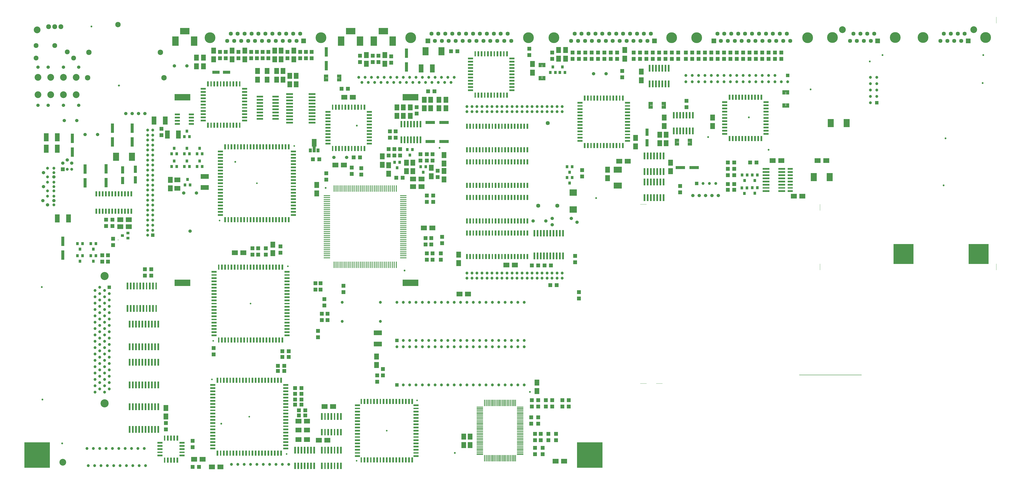
<source format=gbr>
G04 FAB 3000 Version 8.1.7 - Gerber/CAM Software*
G04 RS274-X Output*
%FSLAX24Y24*%
%MIA0B0*%
%MOIN*%
%SFA1.000000B1.000000*%

%IPPOS*%
%ADD16C,0.045898*%
%ADD17C,0.045910*%
%ADD18C,0.045890*%
%ADD19C,0.045960*%
%ADD20C,0.045940*%
%ADD21C,0.045950*%
%ADD22C,0.045880*%
%ADD23C,0.045800*%
%ADD24C,0.046000*%
%ADD25C,0.052734*%
%ADD26C,0.052679*%
%ADD28C,0.052720*%
%ADD29C,0.052700*%
%ADD30C,0.052800*%
%ADD31C,0.052600*%
%ADD32C,0.063750*%
%ADD33C,0.063790*%
%ADD34C,0.063810*%
%ADD35C,0.063740*%
%ADD36C,0.063730*%
%ADD37C,0.063800*%
%ADD38C,0.063760*%
%ADD39C,0.063770*%
%ADD40C,0.063700*%
%ADD41C,0.063709*%
%ADD42C,0.076498*%
%ADD43C,0.085010*%
%ADD44C,0.084960*%
%ADD45C,0.085020*%
%ADD46C,0.106283*%
%ADD47C,0.106228*%
%ADD48C,0.106300*%
%ADD50R,0.060004X0.060010*%
%ADD51R,0.060004X0.060020*%
%ADD52R,0.060004X0.060000*%
%ADD53R,0.060005X0.060070*%
%ADD54R,0.060000X0.060100*%
%ADD56R,0.060010X0.060060*%
%ADD57R,0.060020X0.060010*%
%ADD58R,0.060020X0.060000*%
%ADD59R,0.060000X0.060060*%
%ADD60R,0.060000X0.059990*%
%ADD61R,0.060020X0.060020*%
%ADD64R,0.060000X0.060050*%
%ADD67R,0.060010X0.060100*%
%ADD68R,0.060020X0.060100*%
%ADD70R,0.060100X0.060000*%
%ADD72R,0.075000X0.075000*%
%ADD73R,0.075040X0.075000*%
%ADD74R,0.075020X0.075000*%
%ADD75C,0.170030*%
%ADD76C,0.169980*%
%ADD77C,0.170100*%
%ADD78C,0.170000*%
%ADD79C,0.127500*%
%ADD80C,0.029731*%
%ADD81C,0.029784*%
%ADD82C,0.029770*%
%ADD83C,0.029740*%
%ADD84C,0.029800*%
%ADD85C,0.029700*%
%ADD86C,0.029900*%
%ADD87R,0.400010X0.400070*%
%ADD89R,0.053990X0.053980*%
%ADD90R,0.054030X0.054040*%
%ADD91R,0.053990X0.054040*%
%ADD92R,0.054000X0.053990*%
%ADD93R,0.054000X0.054000*%
%ADD94R,0.054000X0.054040*%
%ADD95R,0.250000X0.100000*%
%ADD96R,0.250000X0.099990*%
%ADD97R,0.099990X0.150000*%
%ADD98R,0.100040X0.150000*%
%ADD99R,0.100000X0.150000*%
%ADD100R,0.099980X0.150000*%
%ADD101R,0.150020X0.100100*%
%ADD102R,0.150010X0.100100*%
%ADD106R,0.074979X0.095000*%
%ADD107R,0.075032X0.095040*%
%ADD108R,0.075032X0.095000*%
%ADD109R,0.075032X0.095060*%
%ADD110R,0.074977X0.095060*%
%ADD111R,0.074970X0.095000*%
%ADD113R,0.075020X0.095000*%
%ADD115R,0.074980X0.095050*%
%ADD117R,0.075050X0.095000*%
%ADD118R,0.075030X0.095050*%
%ADD119R,0.075030X0.094980*%
%ADD121R,0.075030X0.094990*%
%ADD122R,0.074990X0.094980*%
%ADD124R,0.074990X0.095060*%
%ADD125R,0.074990X0.094990*%
%ADD126R,0.074970X0.095050*%
%ADD127R,0.074990X0.095000*%
%ADD129R,0.074970X0.095040*%
%ADD130R,0.075040X0.095050*%
%ADD133R,0.075040X0.095100*%
%ADD134R,0.074970X0.095100*%
%ADD137R,0.075000X0.095000*%
%ADD139C,0.029720*%
%ADD141R,0.039020X0.011000*%
%ADD142R,0.037980X0.010000*%
%ADD143R,0.034980X0.007000*%
%ADD144R,0.010960X0.039000*%
%ADD145R,0.009980X0.038000*%
%ADD146R,0.007000X0.035000*%
%ADD147R,0.039000X0.011010*%
%ADD148R,0.038000X0.010040*%
%ADD149R,0.035000X0.007000*%
%ADD150R,0.039000X0.011020*%
%ADD151R,0.037900X0.010050*%
%ADD152R,0.035000X0.007010*%
%ADD153R,0.038100X0.010040*%
%ADD154R,0.011000X0.039000*%
%ADD155R,0.010000X0.038030*%
%ADD156R,0.011000X0.039020*%
%ADD157R,0.007000X0.035040*%
%ADD158R,0.037990X0.010000*%
%ADD159R,0.038000X0.010050*%
%ADD207R,0.060050X0.060020*%
%ADD208R,0.060100X0.060020*%
%ADD209C,0.025500*%
%ADD210C,0.025490*%
%ADD211C,0.025560*%
%ADD212R,0.315000X0.315060*%
%ADD213R,0.079970X0.025010*%
%ADD214R,0.079970X0.024960*%
%ADD215R,0.079970X0.025000*%
%ADD216R,0.079970X0.025020*%
%ADD217R,0.080010X0.025010*%
%ADD218R,0.080010X0.025000*%
%ADD219R,0.080010X0.025020*%
%ADD220R,0.080010X0.024950*%
%ADD221R,0.080030X0.025020*%
%ADD222R,0.080030X0.025010*%
%ADD223R,0.080030X0.024960*%
%ADD224R,0.080030X0.025000*%
%ADD225R,0.080030X0.024950*%
%ADD226R,0.080020X0.025020*%
%ADD227R,0.080020X0.025010*%
%ADD228R,0.080020X0.025000*%
%ADD229R,0.080020X0.024960*%
%ADD230R,0.079980X0.025010*%
%ADD231R,0.079980X0.024960*%
%ADD232R,0.079980X0.025000*%
%ADD233R,0.079980X0.025020*%
%ADD234R,0.079970X0.024940*%
%ADD235R,0.080030X0.024940*%
%ADD236R,0.080030X0.025050*%
%ADD237R,0.080030X0.025100*%
%ADD238R,0.079970X0.024950*%
%ADD239R,0.080000X0.025020*%
%ADD240R,0.080000X0.025010*%
%ADD241R,0.080000X0.025000*%
%ADD242R,0.080000X0.024960*%
%ADD243R,0.025010X0.080030*%
%ADD244R,0.025020X0.080030*%
%ADD245R,0.025020X0.079980*%
%ADD246R,0.025010X0.079980*%
%ADD247R,0.025000X0.079980*%
%ADD248R,0.025000X0.080030*%
%ADD249R,0.024960X0.080030*%
%ADD250R,0.025000X0.080020*%
%ADD251R,0.025010X0.080020*%
%ADD252R,0.025020X0.080020*%
%ADD253R,0.024960X0.080020*%
%ADD254R,0.025020X0.080000*%
%ADD255R,0.024960X0.080000*%
%ADD256R,0.025000X0.080000*%
%ADD257R,0.024950X0.080030*%
%ADD258R,0.024940X0.080030*%
%ADD259R,0.025010X0.079970*%
%ADD260R,0.024960X0.079970*%
%ADD261R,0.025000X0.079970*%
%ADD262R,0.025020X0.079970*%
%ADD263R,0.024940X0.079970*%
%ADD264R,0.024950X0.079970*%
%ADD265R,0.024940X0.080020*%
%ADD266R,0.024950X0.080020*%
%ADD267R,0.025010X0.080000*%
%ADD268R,0.024940X0.080000*%
%ADD269R,0.024950X0.080000*%
%ADD270R,0.025020X0.080010*%
%ADD271R,0.025010X0.080010*%
%ADD272R,0.024950X0.080010*%
%ADD273R,0.025000X0.080010*%
%ADD274R,0.024960X0.080010*%
%ADD275R,0.025100X0.080030*%
%ADD276R,0.039980X0.050030*%
%ADD277R,0.039990X0.050030*%
%ADD278R,0.040040X0.050030*%
%ADD279R,0.040040X0.050010*%
%ADD280R,0.039980X0.050010*%
%ADD281R,0.039990X0.050010*%
%ADD282R,0.039990X0.049970*%
%ADD283R,0.039980X0.049970*%
%ADD284R,0.040030X0.049970*%
%ADD285R,0.039990X0.050020*%
%ADD286R,0.039980X0.050020*%
%ADD287R,0.040030X0.050020*%
%ADD288R,0.040040X0.050020*%
%ADD289R,0.040020X0.050020*%
%ADD290R,0.040040X0.049970*%
%ADD291R,0.040020X0.049970*%
%ADD292R,0.040030X0.050010*%
%ADD293R,0.039970X0.050020*%
%ADD294R,0.040040X0.050000*%
%ADD295R,0.039990X0.050000*%
%ADD296R,0.039970X0.050030*%
%ADD297R,0.039980X0.050000*%
%ADD298R,0.040050X0.050000*%
%ADD299R,0.040000X0.049970*%
%ADD300R,0.039900X0.049970*%
%ADD301R,0.040100X0.049980*%
%ADD302R,0.040100X0.050020*%
%ADD303R,0.039900X0.050020*%
%ADD304R,0.040000X0.050020*%
%ADD305R,0.040000X0.050030*%
%ADD306R,0.040100X0.050010*%
%ADD307R,0.040000X0.050010*%
%ADD308R,0.040000X0.049980*%
%ADD309R,0.040100X0.049970*%
%ADD310R,0.049970X0.039990*%
%ADD311R,0.050010X0.039980*%
%ADD312R,0.049970X0.040040*%
%ADD313R,0.125000X0.094030*%
%ADD314R,0.114960X0.102000*%
%ADD315R,0.114960X0.102040*%
%ADD316R,0.074978X0.125050*%
%ADD317R,0.074977X0.125000*%
%ADD318R,0.075034X0.125000*%
%ADD319R,0.075030X0.125050*%
%ADD320R,0.075050X0.125050*%
%ADD321R,0.075050X0.125000*%
%ADD322R,0.125000X0.075030*%
%ADD323R,0.125000X0.074990*%
%ADD324R,0.094020X0.125050*%
%ADD325R,0.093970X0.125050*%
%ADD326R,0.094020X0.125000*%
%ADD327R,0.094010X0.125000*%
%ADD328R,0.094100X0.125000*%
%ADD329R,0.093900X0.125050*%
%ADD330R,0.094000X0.125050*%
%ADD331R,0.095000X0.075030*%
%ADD332R,0.094980X0.075030*%
%ADD333R,0.094980X0.074970*%
%ADD334R,0.095000X0.074970*%
%ADD335R,0.095000X0.075040*%
%ADD336R,0.095000X0.074980*%
%ADD337R,0.095000X0.074990*%
%ADD338R,0.095050X0.075030*%
%ADD339R,0.095040X0.074980*%
%ADD340R,0.094990X0.074990*%
%ADD341R,0.094990X0.075030*%
%ADD342R,0.095000X0.075050*%
%ADD343R,0.095040X0.075030*%
%ADD344R,0.095060X0.074980*%
%ADD345R,0.075050X0.095010*%
%ADD346R,0.075050X0.095050*%
%ADD347R,0.074980X0.094990*%
%ADD348R,0.075030X0.095100*%
%ADD349R,0.075030X0.095020*%
%ADD350R,0.074980X0.095100*%
%ADD351R,0.075040X0.095020*%
%ADD352R,0.074970X0.094990*%
%ADD353R,0.075020X0.095050*%
%ADD354R,0.074970X0.094980*%
%ADD355R,0.075040X0.094980*%
%ADD356R,0.075050X0.095100*%
%ADD357R,0.075100X0.095000*%
%ADD358R,0.075100X0.095060*%
%ADD359R,0.074900X0.095040*%
%ADD360R,0.074900X0.095000*%
%ADD361R,0.075000X0.095060*%
%ADD362R,0.115020X0.050000*%
%ADD363R,0.115010X0.050000*%
%ADD364R,0.049960X0.115020*%
%ADD365R,0.050030X0.115010*%
%ADD366R,0.049960X0.115010*%
%ADD367R,0.050000X0.115010*%
%ADD368R,0.145030X0.050030*%
%ADD369R,0.145020X0.050030*%
%ADD370R,0.145020X0.050010*%
%ADD371R,0.145030X0.050010*%
%ADD372R,0.145100X0.049960*%
%ADD373R,0.145000X0.049960*%
%ADD374R,0.050021X0.145070*%
%ADD375R,0.050021X0.145030*%
%ADD376R,0.049960X0.145020*%
%ADD377R,0.049960X0.145080*%
%ADD378R,0.050020X0.145010*%
%ADD379R,0.050020X0.145080*%
%ADD380R,0.050030X0.145020*%
%ADD381R,0.049970X0.145020*%
%ADD382R,0.049970X0.145030*%
%ADD383R,0.050030X0.145030*%
%ADD384R,0.050030X0.145010*%
%ADD385R,0.049960X0.145000*%
%ADD386R,0.050030X0.145100*%
%ADD387R,0.050030X0.145000*%
%ADD388R,0.048990X0.070000*%
%ADD389R,0.049000X0.070000*%
%ADD390R,0.049000X0.069990*%
%ADD391R,0.069990X0.049000*%
%ADD392R,0.070040X0.049000*%
%ADD393R,0.070000X0.049050*%
%ADD394R,0.070100X0.049050*%
%ADD395R,0.070100X0.049000*%
%ADD396R,0.070000X0.049000*%
%ADD397R,0.070000X0.048980*%
%ADD398R,0.014980X0.030000*%
%ADD399R,0.015000X0.030000*%
%ADD400R,0.015000X0.030010*%
%ADD401R,0.030000X0.015000*%
%ADD402R,0.030000X0.015030*%
%ADD403R,0.100000X0.018010*%
%ADD404R,0.100000X0.018020*%
%ADD405R,0.100000X0.017990*%
%ADD406R,0.100000X0.018000*%
%ADD407R,0.100000X0.017960*%
%ADD408R,0.100040X0.018000*%
%ADD409R,0.100040X0.018010*%
%ADD410R,0.100040X0.017960*%
%ADD411R,0.100040X0.018020*%
%ADD412R,0.100040X0.017990*%
%ADD413R,0.017960X0.100050*%
%ADD414R,0.017950X0.100050*%
%ADD415R,0.018000X0.100050*%
%ADD416R,0.018020X0.100050*%
%ADD417R,0.018010X0.100050*%
%ADD418R,0.105040X0.025020*%
%ADD419R,0.105040X0.025010*%
%ADD420R,0.104980X0.025020*%
%ADD421R,0.104970X0.025020*%
%ADD422R,0.104980X0.025000*%
%ADD423R,0.104970X0.025000*%
%ADD424R,0.105040X0.025000*%
%ADD425R,0.104980X0.025010*%
%ADD426R,0.104970X0.025010*%
%ADD427R,0.105030X0.025010*%
%ADD428R,0.105030X0.025020*%
%ADD429R,0.105030X0.025000*%
%ADD430R,0.105000X0.025000*%
%ADD431R,0.105000X0.024960*%
%ADD432R,0.105000X0.025020*%
%ADD433R,0.105000X0.025010*%
%ADD434R,0.024960X0.105040*%
%ADD435R,0.025000X0.105040*%
%ADD436R,0.025020X0.105040*%
%ADD437R,0.025000X0.105030*%
%ADD438R,0.025020X0.105030*%
%ADD439R,0.024960X0.105030*%
%ADD440R,0.025010X0.105030*%
%ADD441R,0.025010X0.105040*%
%ADD442R,0.024950X0.105040*%
%ADD443R,0.025020X0.104990*%
%ADD444R,0.024950X0.104990*%
%ADD445R,0.025010X0.104990*%
%ADD446R,0.025010X0.104980*%
%ADD447R,0.025000X0.104980*%
%ADD448R,0.025020X0.104980*%
%ADD449R,0.024950X0.104980*%
%ADD450R,0.024960X0.104980*%
%ADD451R,0.024960X0.104990*%
%ADD452R,0.025000X0.104990*%
%ADD453R,0.025010X0.104970*%
%ADD454R,0.025020X0.104970*%
%ADD455R,0.025000X0.104970*%
%ADD456R,0.025020X0.105020*%
%ADD457R,0.025010X0.105020*%
%ADD458R,0.025000X0.105020*%
%ADD459R,0.025000X0.105000*%
%ADD460R,0.025100X0.105000*%
%ADD461R,0.025000X0.105060*%
%ADD462R,0.025100X0.105060*%
%ADD463R,0.025100X0.105030*%
%ADD464R,0.025000X0.105050*%
%ADD465R,0.025100X0.105050*%
%ADD466R,0.025100X0.104980*%
%ADD467R,0.050020X0.060010*%
%ADD468R,0.050020X0.060000*%
%ADD469R,0.050020X0.060020*%
%ADD470R,0.049960X0.060020*%
%LNAmiga 1200 Rev1D1 top soldermask_0*%
%LPD*%
G54D16*
X80406Y60088D03*
G54D17*
X80276Y96095D03*
G54D16*
X80406Y66089D03*
G54D335*
X79926Y71940D03*
G54D17*
X80276Y96876D03*
Y70670D03*
Y69890D03*
G54D16*
X80406Y53087D03*
Y59088D03*
G54D17*
X14701Y55447D03*
G54D52*
X43693Y55287D03*
X42693D03*
G54D16*
X16201Y55447D03*
G54D309*
X117219Y86123D03*
G54D275*
X117159Y98346D03*
G54D40*
X117199Y108338D03*
G54D275*
X117159Y91844D03*
G54D306*
X117219Y84123D03*
G54D16*
X13951Y63949D03*
G54D52*
X50504Y64289D03*
X49603D03*
G54D16*
X15451Y63949D03*
G54D367*
X100708Y91194D03*
G54D52*
X100608Y105398D03*
G54D367*
X100708Y92855D03*
G54D37*
X100768Y107218D03*
G36*
X99628Y81508D02*
G01X100628D01*
Y81496D01*
X99628D01*
G37*
G36*
Y39790D02*
G01X100628D01*
Y39778D01*
X99628D01*
G37*
G36*
Y53302D02*
G01X100628D01*
Y53291D01*
X99628D01*
G37*
G36*
X99634Y52763D02*
G01X100628D01*
Y52751D01*
X99622D01*
G37*
G54D54*
X100608Y104397D03*
G54D16*
X39403Y40584D03*
G54D78*
X108479Y107718D03*
G54D422*
X42323Y95445D03*
Y97946D03*
G54D425*
Y98446D03*
Y97446D03*
Y96945D03*
G54D108*
X42503Y102467D03*
G54D35*
X42913Y108338D03*
G54D425*
X42323Y96446D03*
G54D108*
X42503Y101127D03*
G54D420*
X42323Y94945D03*
Y95945D03*
G54D45*
X24802Y101417D03*
X24241Y105416D03*
G54D52*
X24391Y92385D03*
Y93385D03*
G54D317*
X24982Y94695D03*
G54D50*
X66105Y81883D03*
X67105D03*
G54D410*
X62405Y81902D03*
G54D228*
X33672Y81823D03*
G54D25*
X7500Y82093D03*
G54D407*
X50394Y81902D03*
G54D224*
X45133Y81823D03*
G54D25*
X5770Y82093D03*
G54D314*
X89107Y80692D03*
G54D236*
X72955Y99946D03*
X79456D03*
G54D50*
X52704Y99696D03*
X53704D03*
G54D72*
X136941Y107218D03*
G36*
X73936Y46595D02*
G01X74936D01*
Y46455D01*
X73936D01*
Y46595D01*
G37*
G54D225*
X43933Y46585D03*
G54D16*
X61405Y101496D03*
G54D58*
X96807Y102497D03*
G54D295*
X86287Y102257D03*
X85486D03*
G54D127*
X99808Y102367D03*
X82706Y102227D03*
G54D25*
X94257Y102047D03*
G54D28*
X92297D03*
G54D297*
X86986Y102257D03*
X87787D03*
G54D54*
X104609Y104397D03*
G54D359*
X104408Y88064D03*
G54D360*
Y86723D03*
G54D77*
X104568Y107718D03*
G54D52*
X104609Y105398D03*
G36*
X127711Y110973D02*
G01X126710D01*
Y110984D01*
X127711D01*
G37*
G54D328*
X126910Y85793D03*
G36*
X134436Y54622D02*
G01X124654D01*
X124604Y54672D01*
X134386D01*
G37*
G54D240*
X112909Y96095D03*
G54D17*
X17901Y40384D03*
G54D16*
X17701Y43085D03*
G54D335*
X37272Y73891D03*
G54D282*
X61815Y88124D03*
G54D52*
X61904Y89194D03*
G54D32*
X86607Y81292D03*
G54D253*
X58804Y41284D03*
G54D36*
X71715Y107218D03*
G54D54*
X120810Y104397D03*
G54D52*
Y105398D03*
G54D335*
X120440Y88394D03*
G54D37*
X120470Y108338D03*
G54D259*
X61305Y50486D03*
G54D91*
X61404Y53086D03*
G54D244*
X34202Y93945D03*
G54D52*
X34503Y104498D03*
Y105498D03*
G54D362*
X34632Y102297D03*
G54D254*
X34202Y100447D03*
G54D81*
X33802Y46985D03*
G54D222*
X32472Y47085D03*
G54D57*
X25101Y47086D03*
G54D418*
X44523Y95345D03*
G54D125*
X62405Y95425D03*
G54D428*
X48074Y95345D03*
G54D125*
X63505Y95425D03*
G54D352*
X61405D03*
G54D337*
X63935Y85493D03*
G54D340*
X65275D03*
G54D52*
X62294Y85693D03*
G54D50*
X67805Y85793D03*
G54D130*
X68805Y85423D03*
G54D111*
X66805Y85923D03*
G54D226*
X33672Y86324D03*
G54D16*
X22232Y86093D03*
G54D322*
X31192Y85873D03*
G54D16*
X23021Y86093D03*
G54D375*
X8900Y75671D03*
G54D51*
X16801Y76091D03*
G54D312*
X19131Y76171D03*
G54D356*
X97207Y105767D03*
X87907D03*
G54D52*
X82196Y105988D03*
G54D134*
X86807Y105767D03*
G54D107*
X98908Y91965D03*
G54D221*
X97638Y91995D03*
G54D216*
X90177D03*
G54D335*
X51734Y87694D03*
G54D416*
X52144Y83973D03*
G54D355*
X69105Y97966D03*
G54D354*
X65705D03*
G54D122*
X68005D03*
G54D119*
X66705D03*
G54D108*
X39503Y101127D03*
X41003D03*
G54D26*
X26422Y103297D03*
X28382D03*
G54D277*
Y93025D03*
G54D221*
X26902Y94645D03*
Y94145D03*
G54D280*
X28782Y92154D03*
G54D279*
X27982D03*
G54D222*
X26902Y95145D03*
G54D320*
X27052Y92485D03*
G54D221*
X26902Y95645D03*
G54D101*
X28062Y108748D03*
G54D100*
X26582Y107178D03*
G54D95*
X27702Y98356D03*
G54D319*
X25312Y92485D03*
G54D221*
X29102Y94645D03*
Y94145D03*
G54D99*
X29542Y107178D03*
G54D222*
X29102Y95145D03*
G54D221*
Y95645D03*
G54D53*
X15101Y72491D03*
X16001D03*
G54D417*
X52464Y71971D03*
G54D416*
X52774D03*
G54D413*
X53094D03*
G54D416*
X52144D03*
G54D417*
X53404D03*
G54D416*
X53724D03*
G54D415*
X54664D03*
G54D417*
X51514D03*
G54D413*
X54984D03*
G54D417*
X55294D03*
G54D415*
X51834D03*
X56244D03*
G54D416*
X55924D03*
G54D417*
X55614D03*
X54354D03*
X54034D03*
G54D16*
X16201Y67450D03*
G54D17*
X14701D03*
G54D18*
X44403Y40584D03*
G54D459*
X102608Y102917D03*
G54D137*
X102708Y92465D03*
Y91125D03*
G54D52*
X102598Y105388D03*
G54D464*
X102808Y85013D03*
G54D437*
Y82562D03*
G36*
X103128Y52751D02*
G01X102128D01*
Y52763D01*
X103128D01*
G37*
G54D464*
X102808Y86663D03*
G54D461*
X102608Y100466D03*
G36*
X103128Y53291D02*
G01X102128D01*
Y53302D01*
X103128D01*
G37*
G54D54*
X102598Y104387D03*
G54D437*
X102808Y89114D03*
G54D81*
X8800Y43885D03*
G54D47*
X8900Y40904D03*
G54D16*
X16701Y43085D03*
X16901Y40384D03*
G54D87*
X4860Y42044D03*
G54D17*
X15701Y43085D03*
X14701D03*
G54D16*
X13701D03*
X12701D03*
X12900Y40384D03*
X13901D03*
G54D18*
X14901D03*
G54D16*
X15901D03*
G54D80*
X5700Y50786D03*
G54D16*
X16201Y53447D03*
X13951Y54947D03*
X15451Y52947D03*
X16201Y52446D03*
G54D17*
X14701Y54447D03*
G54D16*
X15451Y54947D03*
X16201Y54447D03*
G54D79*
X15451Y50196D03*
G54D16*
X13951Y51946D03*
X15451Y53947D03*
G54D17*
X14701Y53447D03*
G54D16*
X13951Y52947D03*
Y53947D03*
X15451Y51946D03*
G54D17*
X14701Y52446D03*
G36*
X75616Y50736D02*
G01X75756D01*
Y49736D01*
X75616D01*
Y50736D01*
G37*
G54D108*
X94507Y85623D03*
G54D109*
Y86964D03*
G54D342*
X65635Y77792D03*
G54D50*
X66995Y72781D03*
X68295D03*
X66795Y75181D03*
X66095Y72781D03*
G54D52*
X68495Y76381D03*
X66795Y76181D03*
G54D64*
X68495Y75381D03*
G54D50*
X65895Y75181D03*
G54D342*
X66975Y77792D03*
G54D50*
X66095Y73781D03*
X66995D03*
G54D52*
X65895Y76181D03*
G54D50*
X68295Y73781D03*
G54D444*
X50104Y45655D03*
G54D445*
X49604D03*
G54D449*
X50104Y40354D03*
G54D331*
X49133Y44385D03*
G54D441*
X49604Y42804D03*
G54D446*
Y40354D03*
G54D442*
X50104Y42804D03*
G54D338*
X50474Y44385D03*
G54D448*
X50604Y40354D03*
G54D443*
Y45655D03*
G54D436*
Y42804D03*
G54D447*
X52604Y40354D03*
G54D446*
X52104D03*
G54D450*
X51604D03*
G54D446*
X51104D03*
G54D435*
X52604Y42804D03*
G54D441*
X52104D03*
G54D445*
X51104Y45655D03*
G54D441*
Y42804D03*
G54D434*
X51604D03*
G54D451*
Y45655D03*
G54D445*
X52104D03*
G54D452*
X52604D03*
G54D19*
X63405Y66089D03*
G54D16*
X58804D03*
G54D56*
X52994Y68680D03*
G54D139*
X62605Y71090D03*
G54D52*
X49394Y69080D03*
X48593D03*
G54D16*
X62405Y66089D03*
X61405D03*
X52804D03*
G54D64*
X50004Y66589D03*
G54D52*
Y65589D03*
X52994Y67680D03*
X49394Y68080D03*
X48593D03*
G54D96*
X63535Y69140D03*
G54D17*
X20701Y43085D03*
G54D16*
X19701D03*
X18701D03*
G54D18*
X21701D03*
G54D57*
X29302Y43285D03*
G54D248*
X44403Y79092D03*
X53304Y90294D03*
G54D456*
X87507Y73391D03*
X83006D03*
G54D458*
X83506D03*
G54D457*
X84006D03*
X84507D03*
G54D248*
X81406Y73291D03*
G54D457*
X85006Y73391D03*
G54D243*
X80906Y73291D03*
G54D456*
X85506Y73391D03*
G54D458*
X86007D03*
G54D457*
X86506D03*
G54D244*
X80406Y73291D03*
G54D243*
X81906D03*
G54D457*
X87007Y73391D03*
G54D250*
X38403Y60158D03*
G54D52*
X91007Y105398D03*
G54D54*
Y104397D03*
X92997Y104387D03*
G54D58*
X99598Y105388D03*
G54D68*
X95997Y104387D03*
G54D67*
X94997D03*
G54D54*
X91997D03*
G54D117*
X97207Y104427D03*
G54D52*
X92997Y105388D03*
G54D54*
X93997Y104387D03*
X98598D03*
G54D52*
X91997Y105388D03*
G54D68*
X99598Y104387D03*
G54D52*
X98598Y105388D03*
G54D58*
X95997D03*
G54D52*
X94997D03*
X93997D03*
G54D441*
X46403Y42804D03*
X45903D03*
X45403D03*
G54D446*
Y40354D03*
X45903D03*
X46403D03*
G54D331*
X45933Y44485D03*
G54D337*
Y45985D03*
G54D435*
X46904Y42804D03*
G54D447*
Y40354D03*
G54D337*
X47274Y45985D03*
G54D331*
Y44485D03*
G54D436*
X47403Y42804D03*
G54D441*
X47903D03*
G54D448*
X47403Y40354D03*
X48404D03*
G54D446*
X47903D03*
G54D436*
X48404Y42804D03*
G54D52*
X50293Y86384D03*
G54D221*
X45133Y86324D03*
G54D469*
X47803Y89974D03*
G54D52*
X48193Y88594D03*
X49193D03*
G54D26*
X51504Y88894D03*
G54D221*
X45133Y89824D03*
G54D222*
Y89324D03*
G54D469*
X48394Y89974D03*
G54D221*
X45133Y86823D03*
G54D470*
X48984Y89974D03*
G54D222*
X45133Y87323D03*
G54D224*
Y87824D03*
G54D222*
Y88324D03*
Y88824D03*
G54D16*
X13951Y55947D03*
G54D440*
X19401Y56637D03*
G54D16*
X13951Y57948D03*
G54D17*
X14701Y57447D03*
G54D16*
X13951Y56947D03*
G54D17*
X14701Y56448D03*
G54D16*
X15451Y55947D03*
X16201Y56448D03*
X15451Y56947D03*
X16201Y57447D03*
X15451Y57948D03*
X16201Y58448D03*
G54D17*
X14701D03*
G54D310*
X19131Y76971D03*
G54D332*
X17931Y77992D03*
G54D50*
X15701Y78082D03*
G54D25*
X28902Y77291D03*
G54D50*
X16701Y78082D03*
G54D331*
X19271Y77992D03*
G54D90*
X23021Y76652D03*
G54D16*
X22232Y77432D03*
G54D311*
X18261Y76572D03*
G54D16*
X23021Y77432D03*
Y78222D03*
X22232Y76652D03*
Y78222D03*
G54D25*
X10290Y87984D03*
G54D26*
X8910D03*
G54D243*
X75906Y88194D03*
G54D248*
X78906D03*
G54D243*
X79406D03*
X79906D03*
X75406D03*
G54D249*
X74906D03*
G54D257*
X76406D03*
G54D243*
X72906D03*
G54D257*
X73406D03*
G54D248*
X73906D03*
G54D244*
X74406D03*
G54D243*
X78406D03*
G54D249*
X77906D03*
G54D244*
X72405D03*
G54D243*
X77406D03*
G54D244*
X76906D03*
G54D254*
X76206Y105198D03*
G54D32*
X76076Y107218D03*
G54D58*
X33602Y104498D03*
Y105498D03*
G54D363*
X32972Y102297D03*
G54D108*
X29902Y103227D03*
G54D111*
X31002D03*
G54D348*
X32602Y104327D03*
X29902Y104567D03*
G54D134*
X31002D03*
G54D108*
X32602Y105668D03*
G54D75*
X32012Y107718D03*
G54D350*
X43203Y104327D03*
G54D52*
X48004Y104498D03*
X44203D03*
G54D348*
X45203Y104327D03*
G54D52*
X47103Y104498D03*
X46203D03*
G54D436*
X21401Y59088D03*
X20901D03*
G54D438*
Y56637D03*
X21401Y62638D03*
G54D437*
X19901D03*
G54D440*
X20401D03*
G54D438*
X21401Y56637D03*
G54D437*
X19901D03*
G54D441*
X20401Y59088D03*
G54D440*
Y56637D03*
G54D435*
X19901Y59088D03*
G54D438*
X20901Y62638D03*
G54D440*
X21901D03*
Y56637D03*
G54D441*
Y59088D03*
G54D437*
X22402Y62638D03*
G54D440*
X22901D03*
G54D438*
X23401D03*
G54D437*
X22402Y56637D03*
G54D440*
X22901D03*
X23902D03*
G54D438*
X23401D03*
G54D435*
X22402Y59088D03*
G54D441*
X22901D03*
G54D436*
X23401D03*
G54D441*
X23902D03*
G54D440*
Y62638D03*
G54D335*
X123770Y82793D03*
X125110D03*
G54D84*
X126410Y99596D03*
G54D78*
X125920Y107718D03*
G54D212*
X141001Y73691D03*
G54D77*
X139681Y107738D03*
G54D78*
X144050D03*
G54D84*
X137710Y104998D03*
G54D243*
X78406Y73291D03*
G54D248*
X78906D03*
G54D249*
X77906D03*
G54D243*
X77406D03*
G54D244*
X76906D03*
G54D257*
X76406D03*
G54D243*
X79406D03*
X75906D03*
X79906D03*
G54D413*
X56874Y83973D03*
G54D32*
X36372Y108338D03*
G54D33*
X37463D03*
G54D52*
X36502Y105498D03*
Y104498D03*
G54D134*
X35502Y104327D03*
G54D133*
X37502D03*
G54D108*
Y105668D03*
G54D32*
X38012Y107218D03*
X35833D03*
X36923D03*
X34743D03*
G54D111*
X35502Y105668D03*
G54D32*
X35282Y108338D03*
X38553D03*
G54D52*
X38503Y105498D03*
Y104498D03*
G54D423*
X39873Y95445D03*
G54D222*
X37453Y96196D03*
G54D225*
Y96695D03*
G54D222*
Y94695D03*
G54D426*
X39873Y96945D03*
G54D222*
X37453Y95695D03*
G54D243*
X36203Y93945D03*
G54D249*
X36702D03*
G54D222*
X37453Y95195D03*
G54D421*
X39873Y95945D03*
G54D426*
Y96446D03*
G54D421*
Y94945D03*
G54D243*
X35702Y93945D03*
G54D258*
X35202D03*
G54D244*
X34702D03*
G54D221*
X37453Y97195D03*
G54D426*
X39873Y97446D03*
G54D423*
Y97946D03*
G54D426*
Y98446D03*
G54D222*
X37453Y99696D03*
Y97696D03*
G54D221*
Y98196D03*
G54D254*
X34702Y100447D03*
G54D268*
X35202D03*
G54D255*
X36702D03*
G54D221*
X37453Y98696D03*
G54D224*
Y99196D03*
G54D267*
X36203Y100447D03*
X35702D03*
G54D463*
X101808Y89114D03*
G54D464*
X100808Y86663D03*
G54D437*
X102308Y89114D03*
G54D464*
Y85013D03*
Y86663D03*
G54D437*
X101308Y89114D03*
X100808D03*
G54D465*
X101808Y86663D03*
G54D437*
X102308Y82562D03*
G54D463*
X101808D03*
G54D437*
X101308D03*
X100808D03*
G54D464*
Y85013D03*
X101308Y86663D03*
Y85013D03*
G54D465*
X101808D03*
G54D464*
X106408Y93065D03*
X105908D03*
G54D402*
X105179Y91294D03*
G54D148*
X105528D03*
G54D372*
X105928Y87294D03*
G54D64*
X105909Y83393D03*
G54D52*
Y84393D03*
G36*
X105379Y91284D02*
G01X105668D01*
Y91295D01*
X105379D01*
Y91284D01*
G37*
G54D149*
X105524Y91289D03*
G54D393*
X105379Y90984D03*
G54D465*
X104908Y93065D03*
G54D147*
X105524Y91289D03*
G54D464*
X105409Y93065D03*
G54D397*
X105379Y91594D03*
G54D464*
X106909Y93065D03*
G54D465*
X107408D03*
G54D464*
X107909D03*
G54D402*
X107639Y91294D03*
G54D30*
X108909Y82893D03*
G54D92*
X108509Y84793D03*
G54D29*
X107908Y82893D03*
G54D393*
X107439Y90984D03*
G54D147*
X107284Y91289D03*
G54D373*
X108089Y87294D03*
G54D153*
X107288Y91294D03*
G54D149*
X107284Y91289D03*
G36*
X107139Y91284D02*
G01X107429D01*
Y91295D01*
X107139D01*
Y91284D01*
G37*
G54D397*
X107439Y91594D03*
G54D252*
X59304Y41284D03*
G54D251*
X59804D03*
G54D250*
X61805D03*
G54D251*
X62304D03*
G54D252*
X62805D03*
G54D251*
X63305D03*
X61305D03*
X63805D03*
G54D222*
X64405Y41885D03*
G54D250*
X60804Y41284D03*
G54D223*
X64405Y42384D03*
G54D222*
Y42884D03*
G54D252*
X60305Y41284D03*
G54D16*
X22232Y93175D03*
X23021D03*
Y92395D03*
X22232D03*
G54D383*
X16701Y91314D03*
G54D382*
X19801D03*
G54D381*
Y93475D03*
G54D16*
X22232Y91604D03*
X23021D03*
Y90814D03*
X22232D03*
G54D318*
X23241Y94695D03*
G54D380*
X16701Y93475D03*
G54D213*
X90177Y94495D03*
G54D216*
Y93995D03*
G54D215*
Y93495D03*
G54D213*
Y92995D03*
G54D216*
Y97495D03*
G54D238*
Y96996D03*
G54D213*
Y96496D03*
G54D215*
Y95995D03*
G54D213*
Y95495D03*
Y94995D03*
G54D214*
Y92495D03*
G54D251*
X90907Y98226D03*
X91407D03*
G54D253*
X91907D03*
G54D16*
X87357Y96095D03*
Y96876D03*
G54D447*
X105409Y95515D03*
G54D52*
X106909Y96795D03*
Y97796D03*
G54D447*
X105908Y95515D03*
X106408D03*
X106909D03*
G54D466*
X107408D03*
G54D447*
X107909D03*
G54D466*
X104908D03*
G54D17*
X108809Y100797D03*
G54D52*
Y105398D03*
G54D54*
X106809Y104397D03*
X107809D03*
G54D17*
X108809Y101796D03*
G54D16*
X107808D03*
X106808Y100797D03*
G54D52*
X105598Y105388D03*
G54D54*
X108809Y104397D03*
X105598Y104387D03*
G54D16*
X107808Y100797D03*
G54D52*
X107809Y105398D03*
X106809D03*
G54D16*
X106808Y101796D03*
G54D37*
X118830Y107218D03*
G54D52*
X118810Y105398D03*
G54D16*
X118809Y100797D03*
Y101796D03*
G54D54*
X118810Y104397D03*
G54D32*
X83607Y81292D03*
G54D388*
X83896Y101366D03*
G54D398*
X84206Y101166D03*
G54D144*
X84201Y101512D03*
G54D389*
X84507Y101366D03*
G54D36*
X85107Y94295D03*
G36*
X84197Y101367D02*
G01X84206D01*
Y101657D01*
X84197D01*
Y101367D01*
G37*
G54D17*
X84996Y96876D03*
Y96095D03*
G54D22*
X84206D03*
G54D145*
Y101517D03*
G54D16*
X85776Y96876D03*
G54D22*
X84206D03*
G54D20*
X86567D03*
Y96095D03*
G54D146*
X84201Y101512D03*
G54D16*
X85776Y96095D03*
G54D110*
X61405Y96766D03*
G54D17*
X64405Y66089D03*
G54D16*
X72406D03*
X71405D03*
X70405D03*
X69405D03*
X72406Y69890D03*
G54D19*
X73186D03*
G54D338*
X72575Y67390D03*
G54D18*
X65405Y66089D03*
G54D20*
X66405D03*
G54D343*
X71235Y67390D03*
G54D16*
X72406Y70670D03*
G54D19*
X73186D03*
G54D16*
X68405Y66089D03*
X67405D03*
G54D17*
X73406D03*
G54D137*
X111009Y95165D03*
G54D84*
X110309Y92094D03*
G54D29*
X109909Y82893D03*
G54D31*
X110909D03*
G54D29*
X111909D03*
G54D16*
X111509Y84793D03*
X110508D03*
G54D23*
X109509D03*
G54D361*
X111009Y93825D03*
G54D240*
X112909Y95095D03*
G54D208*
X113399Y88094D03*
G54D52*
X113409Y87083D03*
G54D60*
Y86093D03*
G54D242*
X112909Y95595D03*
G54D241*
Y94595D03*
G54D239*
Y92595D03*
G54D240*
Y94095D03*
G54D64*
X113409Y83783D03*
G54D70*
X113399Y84693D03*
G54D239*
X112909Y93095D03*
G54D240*
Y93595D03*
G36*
X76636Y42035D02*
G01X76776D01*
Y41034D01*
X76636D01*
Y42035D01*
G37*
G36*
X76376D02*
G01X76516D01*
Y41034D01*
X76376D01*
Y42035D01*
G37*
G36*
X76126D02*
G01X76266D01*
Y41034D01*
X76126D01*
Y42035D01*
G37*
G54D83*
X70505Y42384D03*
G36*
X75866Y42035D02*
G01X76006D01*
Y41034D01*
X75866D01*
Y42035D01*
G37*
G36*
X73936Y42234D02*
G01X74936D01*
Y42094D01*
X73936D01*
Y42234D01*
G37*
G36*
Y42495D02*
G01X74936D01*
Y42355D01*
X73936D01*
Y42495D01*
G37*
G36*
Y42755D02*
G01X74936D01*
Y42615D01*
X73936D01*
Y42755D01*
G37*
G36*
X75096Y42035D02*
G01X75236D01*
Y41034D01*
X75096D01*
Y42035D01*
G37*
G36*
X73936Y43005D02*
G01X74936D01*
Y42865D01*
X73936D01*
Y43005D01*
G37*
G36*
X75356Y42035D02*
G01X75496D01*
Y41034D01*
X75356D01*
Y42035D01*
G37*
G36*
X75616D02*
G01X75756D01*
Y41034D01*
X75616D01*
Y42035D01*
G37*
G36*
X79966D02*
G01X80106D01*
Y41034D01*
X79966D01*
Y42035D01*
G37*
G36*
X77916D02*
G01X78056D01*
Y41034D01*
X77916D01*
Y42035D01*
G37*
G36*
X78176D02*
G01X78316D01*
Y41034D01*
X78176D01*
Y42035D01*
G37*
G36*
X78426D02*
G01X78566D01*
Y41034D01*
X78426D01*
Y42035D01*
G37*
G36*
X78686D02*
G01X78826D01*
Y41034D01*
X78686D01*
Y42035D01*
G37*
G36*
X78936D02*
G01X79076D01*
Y41034D01*
X78936D01*
Y42035D01*
G37*
G36*
X79196D02*
G01X79336D01*
Y41034D01*
X79196D01*
Y42035D01*
G37*
G36*
X79456D02*
G01X79596D01*
Y41034D01*
X79456D01*
Y42035D01*
G37*
G36*
X76896D02*
G01X77036D01*
Y41034D01*
X76896D01*
Y42035D01*
G37*
G36*
X77146D02*
G01X77286D01*
Y41034D01*
X77146D01*
Y42035D01*
G37*
G36*
X77406D02*
G01X77546D01*
Y41034D01*
X77406D01*
Y42035D01*
G37*
G36*
X77656D02*
G01X77796D01*
Y41034D01*
X77656D01*
Y42035D01*
G37*
G36*
X79706D02*
G01X79846D01*
Y41034D01*
X79706D01*
Y42035D01*
G37*
G54D398*
X84206Y103627D03*
G54D146*
X84201Y103272D03*
G54D145*
X84206Y103277D03*
G54D127*
X82706Y103567D03*
G54D52*
X82196Y104988D03*
X85796Y105388D03*
G54D294*
X85886Y103126D03*
G36*
X84197Y103127D02*
G01X84206D01*
Y103417D01*
X84197D01*
Y103127D01*
G37*
G54D54*
X85796Y104387D03*
G54D144*
X84201Y103272D03*
G54D389*
X84507Y103427D03*
G54D388*
X83896D03*
G54D52*
X88997Y105388D03*
G54D117*
X87907Y104427D03*
G54D54*
X88997Y104387D03*
G54D68*
X89997D03*
G54D58*
Y105388D03*
G54D111*
X86807Y104427D03*
G54D298*
X87387Y103126D03*
G54D16*
X9600Y87004D03*
X6500Y87184D03*
X7500D03*
Y86493D03*
G54D26*
X5850D03*
G54D384*
X15701Y87073D03*
G54D366*
X18301Y86923D03*
G54D16*
X10290Y87004D03*
G54D377*
X12400Y87054D03*
G54D52*
X8910Y87004D03*
G54D365*
X20301Y87024D03*
G54D228*
X33672Y87824D03*
G54D287*
X26782Y87453D03*
G54D285*
X30782D03*
X29982D03*
G54D286*
X28782D03*
X25982D03*
G54D288*
X27982D03*
G54D226*
X33672Y86823D03*
G54D227*
Y87323D03*
G54D16*
X23021Y86883D03*
X22232D03*
Y87674D03*
X23021D03*
G54D378*
X10400Y89714D03*
G54D282*
X26382Y90324D03*
G54D317*
X8030Y90244D03*
X6290D03*
G54D282*
X28382Y90324D03*
G54D50*
X16001Y73491D03*
G54D276*
X12010Y73421D03*
G54D278*
X13311D03*
G54D277*
X14111D03*
G54D276*
X13711Y72550D03*
G54D50*
X15101Y73491D03*
G54D277*
X11611Y72550D03*
G54D278*
X11210Y73421D03*
G54D335*
X35932Y73891D03*
G54D374*
X8900Y73511D03*
G54D404*
X50394Y73401D03*
G54D403*
Y73091D03*
G54D407*
Y76551D03*
G54D405*
Y73721D03*
G54D403*
Y76241D03*
Y75921D03*
G54D406*
Y74351D03*
G54D403*
Y76871D03*
G54D404*
Y74031D03*
G54D406*
Y77182D03*
G54D403*
Y77502D03*
Y74661D03*
G54D404*
Y74981D03*
G54D407*
Y75291D03*
Y75611D03*
G54D404*
Y77812D03*
G54D221*
X45133Y79822D03*
G54D403*
X50394Y80012D03*
G54D404*
Y78122D03*
G54D403*
Y80332D03*
G54D404*
Y79702D03*
G54D403*
Y79382D03*
G54D404*
Y79072D03*
G54D222*
X45133Y80322D03*
G54D221*
Y80822D03*
G54D403*
X50394Y81592D03*
Y81272D03*
G54D404*
Y80962D03*
G54D403*
Y80642D03*
G54D221*
X45133Y81322D03*
G54D403*
X50394Y78442D03*
Y78752D03*
G54D16*
X63905Y100696D03*
G54D18*
X62905D03*
G54D21*
X61905D03*
G54D16*
X62405Y101496D03*
G54D321*
X65205Y102897D03*
G54D21*
X64905Y100696D03*
G54D16*
X65905D03*
G54D20*
X66405Y101496D03*
G54D19*
X63405D03*
G54D326*
X65905Y105598D03*
G54D386*
X62905Y105277D03*
G54D17*
X64405Y101496D03*
G54D76*
X63545Y107718D03*
G54D73*
X66265Y107218D03*
G54D387*
X62905Y103117D03*
G54D18*
X65405Y101496D03*
G54D317*
X66945Y102897D03*
G54D17*
X66905Y100696D03*
G54D32*
X66815Y108338D03*
G54D248*
X32702Y93945D03*
G54D217*
X30952Y94695D03*
G54D244*
X31702Y93945D03*
G54D217*
X30952Y95195D03*
Y95695D03*
G54D243*
X33202Y93945D03*
G54D257*
X33702D03*
G54D217*
X30952Y96196D03*
G54D249*
X32202Y93945D03*
G54D220*
X30952Y96695D03*
G54D219*
Y97195D03*
G54D256*
X32702Y100447D03*
G54D218*
X30952Y99196D03*
G54D267*
X33202Y100447D03*
G54D255*
X32202D03*
G54D254*
X31702D03*
G54D269*
X33702D03*
G54D219*
X30952Y98696D03*
G54D217*
Y99696D03*
Y97696D03*
G54D219*
Y98196D03*
G54D222*
X43933Y50586D03*
G54D58*
X46404Y50776D03*
G54D52*
X45403D03*
G54D26*
X29902Y83293D03*
G54D227*
X33672Y83823D03*
G54D229*
Y84323D03*
G54D226*
Y84823D03*
G54D227*
Y83323D03*
Y82823D03*
Y82322D03*
G54D228*
Y85323D03*
G54D227*
Y85823D03*
G54D322*
X31192Y84133D03*
G54D209*
X39403Y84823D03*
G54D224*
X32672Y69890D03*
G54D223*
Y70390D03*
G54D221*
Y69390D03*
Y68890D03*
G54D222*
Y68390D03*
G54D257*
X34902Y71620D03*
G54D244*
X34402D03*
G54D258*
X33402D03*
G54D222*
X32672Y70890D03*
G54D244*
X33902Y71620D03*
G54D96*
X27702Y69140D03*
G54D243*
X35402Y71620D03*
G54D335*
X87677Y41084D03*
G54D87*
X91687Y42044D03*
G54D222*
X57054Y92545D03*
Y92045D03*
G54D224*
Y91544D03*
G54D52*
X60304Y91994D03*
G54D224*
X57054Y94045D03*
G54D50*
X60304Y92995D03*
G54D222*
X57054Y93044D03*
G54D221*
Y93545D03*
G54D222*
Y91044D03*
Y94545D03*
G54D224*
Y95045D03*
G54D441*
X62604Y91665D03*
X62105D03*
G54D453*
X62604Y94115D03*
X62105D03*
G54D454*
X63105D03*
G54D50*
X61204Y92995D03*
G54D52*
Y91994D03*
G54D436*
X63105Y91665D03*
G54D435*
X63605D03*
G54D441*
X64105D03*
X64605D03*
G54D453*
Y94115D03*
X64105D03*
G54D455*
X63605D03*
G54D26*
X9120Y94695D03*
X11080D03*
G54D25*
X6600Y97096D03*
X5000D03*
G54D26*
X14361Y92495D03*
X12400D03*
X9000Y97096D03*
X11401D03*
G54D47*
X5000Y98756D03*
G54D379*
X10400Y91874D03*
G54D47*
X11000Y98756D03*
G54D46*
X9000D03*
G54D316*
X6290Y92045D03*
X8030D03*
G54D46*
X7000Y98756D03*
G36*
X103122Y53296D02*
G01Y54297D01*
X103133D01*
Y53296D01*
G37*
G36*
Y52757D02*
G01Y51756D01*
X103122D01*
Y52757D01*
G37*
G54D50*
X86407Y45385D03*
X85207D03*
G54D52*
X83996Y45375D03*
X83096D03*
G36*
X80276Y45315D02*
G01X81276D01*
Y45175D01*
X80276D01*
Y45315D01*
G37*
G54D335*
X128851Y88394D03*
X127511D03*
G54D48*
X131410Y108998D03*
G36*
X127874Y71141D02*
G01Y72140D01*
X127885D01*
Y71141D01*
G37*
G54D77*
X129840Y107738D03*
G36*
X127711Y110984D02*
G01X128710D01*
Y110973D01*
X127711D01*
G37*
G54D328*
X129410Y85793D03*
G54D329*
X129560Y94295D03*
G36*
X127885Y81502D02*
G01Y80502D01*
X127874D01*
Y81502D01*
G37*
G36*
X127880Y71146D02*
G01X128881D01*
Y71135D01*
X127880D01*
G37*
G54D330*
X132061Y94295D03*
G54D37*
X132581Y107218D03*
G54D441*
X23902Y46085D03*
G54D436*
X23401D03*
G54D441*
X22901D03*
G54D435*
X22402D03*
G54D441*
X21901D03*
G54D436*
X21401D03*
X20901D03*
G54D216*
X24172Y43475D03*
G54D441*
X19401Y46085D03*
G54D435*
X19901D03*
G54D57*
X25101D03*
G54D253*
X24891Y44705D03*
G54D252*
X25391D03*
G54D251*
X25892D03*
G54D215*
X24172Y43975D03*
G54D441*
X20401Y46085D03*
G54D224*
X32472Y44085D03*
G54D221*
Y44585D03*
Y45085D03*
G54D222*
Y45585D03*
G54D224*
X27622Y43975D03*
G54D222*
X32472Y43585D03*
G54D250*
X26892Y44705D03*
G54D251*
X26392D03*
G54D61*
X29302Y44285D03*
G54D221*
X27622Y43475D03*
G54D225*
X32472Y46585D03*
G54D221*
Y46085D03*
G54D339*
X51374Y49686D03*
G54D435*
X52604Y48105D03*
G54D441*
X52104D03*
G54D434*
X51604D03*
G54D441*
X51104D03*
G54D75*
X86047Y107718D03*
G54D32*
X88767Y107218D03*
X89847D03*
X89317Y108338D03*
G54D33*
X90407D03*
G54D76*
X82066Y107718D03*
G54D38*
X90947Y107218D03*
G54D262*
X56304Y50486D03*
G54D213*
X55204Y48886D03*
G54D263*
X55804Y50486D03*
G54D234*
X55204Y49386D03*
G54D213*
Y49886D03*
G54D262*
X56804Y50486D03*
G54D264*
X57304D03*
G54D215*
X55204Y46886D03*
G54D213*
Y47886D03*
G54D216*
Y48386D03*
G54D213*
Y47385D03*
G54D259*
X57804Y50486D03*
G54D52*
X59204Y54587D03*
G54D261*
X58304Y50486D03*
G54D52*
Y53587D03*
Y54587D03*
G54D260*
X58804Y50486D03*
G54D262*
X59304D03*
G54D259*
X59804D03*
G54D261*
X60804D03*
G54D262*
X60305D03*
G36*
X50274Y101387D02*
G01X50564D01*
Y101397D01*
X50274D01*
Y101387D01*
G37*
G54D385*
X50304Y103317D03*
G54D391*
X50273Y101697D03*
Y101086D03*
G54D108*
X44553Y101717D03*
G54D401*
X50074Y101396D03*
G54D106*
X43503Y101127D03*
G54D349*
X44553Y100376D03*
G54D106*
X43503Y102467D03*
G54D351*
X45553Y100376D03*
G54D108*
Y101717D03*
G54D141*
X50419Y101392D03*
G54D142*
X50424Y101397D03*
G54D143*
X50419Y101392D03*
G54D72*
X111208Y107218D03*
G54D52*
X112809Y105398D03*
G54D37*
X112298Y107218D03*
G54D52*
X111809Y105398D03*
X110809D03*
G54D54*
Y104397D03*
G54D37*
X111749Y108338D03*
G54D40*
X112839D03*
G54D54*
X109809Y104397D03*
G54D52*
Y105398D03*
G54D54*
X112809Y104397D03*
X111809D03*
G54D40*
X113389Y107218D03*
X116659D03*
G54D52*
X115809Y105398D03*
X113809D03*
G54D40*
X115569Y107218D03*
X114479D03*
G54D52*
X116809Y105398D03*
X114810D03*
G54D54*
X116809Y104397D03*
G54D40*
X113929Y108338D03*
X115019D03*
G54D37*
X116109D03*
G54D54*
X115809Y104397D03*
X114810D03*
X113809D03*
G54D437*
X103309Y82562D03*
G54D464*
Y86663D03*
G54D437*
Y89114D03*
G36*
X103133Y78762D02*
G01Y77762D01*
X103122D01*
Y78762D01*
G37*
G54D464*
X103309Y85013D03*
G54D357*
X103708Y91125D03*
G54D223*
X97638Y92495D03*
G54D222*
Y92995D03*
G54D225*
Y96996D03*
G54D222*
Y96496D03*
G54D224*
Y95995D03*
G54D222*
Y95495D03*
Y94995D03*
Y94495D03*
G54D221*
Y93995D03*
G54D224*
Y93495D03*
G54D221*
Y97495D03*
G54D252*
X95908Y98226D03*
X95407D03*
G54D253*
X94907D03*
G54D127*
X99808Y101026D03*
G54D251*
X93907Y98226D03*
G54D253*
X93407D03*
G54D252*
X92907D03*
G54D250*
X92407D03*
G54D251*
X96907D03*
G54D266*
X96407D03*
G54D251*
X94407D03*
G54D58*
X96807Y101497D03*
G54D16*
X6500Y82783D03*
X7500D03*
X6500Y83603D03*
G54D25*
X7500Y85803D03*
G54D26*
X5850Y84293D03*
G54D16*
X7500Y83603D03*
Y84293D03*
Y84983D03*
X6500D03*
Y85803D03*
G54D376*
X12400Y84893D03*
G54D246*
X19151Y83153D03*
X19651D03*
X17151D03*
G54D383*
X15701Y84913D03*
G54D247*
X18651Y83153D03*
G54D246*
X18151D03*
G54D245*
X17651D03*
G54D364*
X18301Y85263D03*
G54D246*
X15151Y83153D03*
X15651D03*
G54D247*
X16151D03*
G54D245*
X16651D03*
G54D246*
X14651D03*
G54D245*
X14151D03*
G54D424*
X44523Y95845D03*
G54D418*
Y97346D03*
G54D427*
X48074Y96345D03*
G54D429*
Y96846D03*
G54D428*
Y97346D03*
G54D424*
X44523Y96846D03*
G54D419*
Y96345D03*
G54D429*
X48074Y95845D03*
G54D221*
X50554Y95545D03*
G54D222*
Y96045D03*
G54D250*
X53304Y96796D03*
G54D253*
X52804D03*
X54304D03*
G54D252*
X53804D03*
G54D251*
X52304D03*
G54D253*
X51304D03*
G54D251*
X51804D03*
G54D252*
X56304D03*
G54D221*
X57054Y95545D03*
G54D222*
Y96045D03*
G54D265*
X55804Y96796D03*
G54D251*
X55304D03*
X54804D03*
G54D331*
X30872Y41384D03*
G54D239*
X112909Y96595D03*
G54D248*
X116659Y98346D03*
X116160D03*
X115659D03*
X115158D03*
G54D275*
X114659D03*
G54D248*
X114159D03*
X113658D03*
G54D240*
X112909Y97096D03*
Y97596D03*
G54D16*
X110808Y100797D03*
G54D23*
X109809D03*
G54D16*
X112809Y101796D03*
X116809Y100797D03*
X115809D03*
X111809Y101796D03*
G54D23*
X109809D03*
G54D16*
X110808D03*
X111809Y100797D03*
X112809D03*
X113809D03*
X114809D03*
Y101796D03*
X115809D03*
X116809D03*
X113809D03*
G54D108*
X45203Y105668D03*
G54D385*
X50304Y105478D03*
G54D52*
X48004Y105498D03*
G54D74*
X46723Y107218D03*
G54D75*
X49454Y107718D03*
G54D32*
X44543Y107218D03*
X43453D03*
X45093Y108338D03*
G54D33*
X46183D03*
G54D52*
X44203Y105498D03*
G54D106*
X43203Y105668D03*
G54D32*
X44003Y108338D03*
G54D36*
X45633Y107218D03*
G54D52*
X46203Y105498D03*
X47103D03*
X58495Y104888D03*
G54D102*
X59245Y108748D03*
X54124D03*
G54D97*
X60725Y107178D03*
G54D68*
X60494Y104787D03*
G54D52*
X57594Y104888D03*
X55594D03*
G54D98*
X52644Y107178D03*
G54D97*
X55604D03*
G54D98*
X57764D03*
G54D108*
X56604Y104968D03*
X59504D03*
G54D446*
X84507Y76942D03*
X84006D03*
G54D52*
X89407Y73391D03*
G54D446*
X86506Y76942D03*
G54D243*
X80906Y76991D03*
G54D448*
X87507Y76942D03*
X85506D03*
G54D446*
X85006D03*
X87007D03*
G54D244*
X80406Y76991D03*
G54D243*
X81906D03*
G54D248*
X81406D03*
G54D447*
X86007Y76942D03*
G54D448*
X83006D03*
G54D447*
X83506D03*
G54D26*
X85807Y78292D03*
G54D273*
X81406Y78892D03*
G54D271*
X80906D03*
X81906D03*
G54D270*
X80406D03*
G36*
X99622Y78762D02*
G01Y79762D01*
X99634D01*
Y78762D01*
G37*
G54D26*
X89707Y78692D03*
X88807Y79292D03*
X82806Y78892D03*
G54D25*
X84806D03*
G54D26*
X85807Y79292D03*
G54D44*
X12801Y101417D03*
G54D46*
X7000Y101497D03*
G54D47*
X5000D03*
G54D25*
X6600Y103097D03*
G54D47*
X11000Y101497D03*
G54D26*
X11401Y103097D03*
X9000D03*
G54D25*
X5000D03*
G54D42*
X4680Y104517D03*
X10581D03*
G54D46*
X9000Y101497D03*
G54D42*
X9600Y105498D03*
G54D43*
X12991Y105416D03*
G54D46*
X4860Y108938D03*
G54D42*
X7630Y109438D03*
X8610D03*
X6650D03*
X7630Y106488D03*
G54D80*
X13401Y109498D03*
G54D42*
X4680Y106488D03*
G54D16*
X77906Y96095D03*
X79486D03*
X77126D03*
X74766D03*
G54D18*
X73976D03*
G54D19*
X73186D03*
G54D16*
X72406D03*
X78696D03*
G54D52*
X64495Y95785D03*
G54D16*
X75546Y96095D03*
G54D18*
X76336D03*
G54D110*
X65705Y96626D03*
G54D109*
X66705D03*
G54D124*
X68005D03*
G54D109*
X69105D03*
G54D124*
X63505Y96766D03*
X62405D03*
G54D19*
X73186Y96876D03*
G54D16*
X75546D03*
G54D18*
X76336D03*
G54D50*
X64495Y96786D03*
G54D16*
X79486Y96876D03*
X78696D03*
X77906D03*
X77126D03*
X74766D03*
G54D18*
X73976D03*
G54D16*
X72406D03*
G54D259*
X41703Y53817D03*
X42203D03*
G54D262*
X42703D03*
G54D261*
X41203D03*
G54D262*
X40703D03*
G54D261*
X40203D03*
G54D259*
X39703D03*
G54D262*
X43203D03*
G54D58*
X46404Y51676D03*
G54D221*
X43933Y53087D03*
G54D224*
Y52587D03*
G54D222*
Y52086D03*
G54D221*
Y51586D03*
Y51086D03*
G54D52*
X45403Y51676D03*
Y52577D03*
G54D58*
X46404D03*
G54D16*
X61405Y59088D03*
G54D50*
X59204Y55587D03*
G54D126*
X58204Y57558D03*
G54D16*
X62405Y59088D03*
G54D19*
X63405D03*
G54D17*
X64405D03*
G54D111*
X58204Y56217D03*
G54D18*
X65405Y59088D03*
G54D20*
X66405D03*
G54D16*
X68405D03*
X67405D03*
G54D323*
X58394Y59528D03*
G54D16*
X52804Y63089D03*
G54D50*
X50504Y63289D03*
X49603D03*
G54D52*
X48994Y61578D03*
G54D322*
X58394Y61268D03*
G54D91*
X61404Y60088D03*
G54D17*
X64405D03*
G54D16*
X62405D03*
G54D18*
X65405D03*
G54D20*
X66405D03*
G54D19*
X63405D03*
G54D16*
X58804Y63089D03*
X67405Y60088D03*
X68405D03*
G54D52*
X48994Y60578D03*
G54D419*
X44523Y97846D03*
G54D336*
X54454Y98346D03*
G54D427*
X48074Y98846D03*
Y98346D03*
Y97846D03*
G54D336*
X53114Y98346D03*
G54D419*
X44523D03*
Y98846D03*
G54D244*
X78706Y98696D03*
G54D258*
X78206D03*
G54D243*
X77706D03*
X74206D03*
G54D221*
X72955Y99446D03*
G54D95*
X63535Y98356D03*
G54D243*
X77206Y98696D03*
G54D249*
X76706D03*
X75206D03*
G54D248*
X75706D03*
G54D50*
X66295Y99296D03*
G54D244*
X76206Y98696D03*
G54D243*
X74706D03*
G54D57*
X67295Y99296D03*
G54D221*
X79456Y99446D03*
G54D249*
X73706Y98696D03*
G54D279*
X13311Y75321D03*
G54D281*
X14111D03*
G54D280*
X12010D03*
G54D276*
X13711Y74451D03*
G54D277*
X11611D03*
G54D279*
X11210Y75321D03*
G54D16*
X74405Y66089D03*
X75546Y70670D03*
G54D18*
X76336Y69890D03*
Y70670D03*
G54D16*
X74766D03*
G54D18*
X73976D03*
G54D16*
X75546Y69890D03*
X74766D03*
G54D18*
X73976D03*
G54D16*
X75406Y66089D03*
G54D18*
X76406D03*
G54D16*
X77906Y69890D03*
G54D17*
X79406Y66089D03*
G54D16*
X78406D03*
X77406D03*
X77126Y69890D03*
Y70670D03*
X79486Y69890D03*
X78696D03*
G54D17*
X79486Y70670D03*
G54D16*
X78696D03*
X77906D03*
G54D54*
X119810Y104397D03*
G54D40*
X119379Y108338D03*
G54D37*
X119920Y107218D03*
G54D240*
X119410Y97596D03*
Y97096D03*
G54D239*
Y96595D03*
G54D16*
X119809Y101796D03*
Y100797D03*
G54D52*
X119810Y105398D03*
G36*
X80276Y48896D02*
G01X81276D01*
Y48756D01*
X80276D01*
Y48896D01*
G37*
G36*
Y49156D02*
G01X81276D01*
Y49016D01*
X80276D01*
Y49156D01*
G37*
G54D52*
X83606Y50686D03*
X84806D03*
G54D58*
X85807D03*
Y49686D03*
G54D52*
X84806D03*
X83606D03*
X82606D03*
Y50686D03*
G36*
X80276Y49666D02*
G01X81276D01*
Y49526D01*
X80276D01*
Y49666D01*
G37*
G36*
Y49406D02*
G01X81276D01*
Y49266D01*
X80276D01*
Y49406D01*
G37*
G54D52*
X87407Y50686D03*
Y49686D03*
X88407D03*
Y50686D03*
G54D83*
X82306Y51987D03*
G54D16*
X81406Y60088D03*
Y59088D03*
Y53087D03*
G54D113*
X83406Y53457D03*
G54D353*
Y52116D03*
G36*
X73936Y44285D02*
G01X74936D01*
Y44145D01*
X73936D01*
Y44285D01*
G37*
G54D222*
X64405Y44385D03*
G36*
X73936Y44035D02*
G01X74936D01*
Y43895D01*
X73936D01*
Y44035D01*
G37*
G36*
Y43775D02*
G01X74936D01*
Y43635D01*
X73936D01*
Y43775D01*
G37*
G54D108*
X72906Y43615D03*
G36*
X73936Y44545D02*
G01X74936D01*
Y44405D01*
X73936D01*
Y44545D01*
G37*
G36*
Y44795D02*
G01X74936D01*
Y44655D01*
X73936D01*
Y44795D01*
G37*
G54D222*
X64405Y43885D03*
G54D224*
Y43385D03*
G36*
X73936Y43265D02*
G01X74936D01*
Y43125D01*
X73936D01*
Y43265D01*
G37*
G36*
Y43515D02*
G01X74936D01*
Y43375D01*
X73936D01*
Y43515D01*
G37*
G54D106*
X71905Y43615D03*
G54D118*
X72906Y44955D03*
G54D223*
X64405Y44885D03*
G54D115*
X71905Y44955D03*
G54D221*
X64405Y45385D03*
G36*
X73936Y45055D02*
G01X74936D01*
Y44915D01*
X73936D01*
Y45055D01*
G37*
G36*
Y45315D02*
G01X74936D01*
Y45175D01*
X73936D01*
Y45315D01*
G37*
G36*
Y46335D02*
G01X74936D01*
Y46195D01*
X73936D01*
Y46335D01*
G37*
G54D221*
X64405Y46385D03*
G36*
X73936Y45565D02*
G01X74936D01*
Y45425D01*
X73936D01*
Y45565D01*
G37*
G36*
Y45825D02*
G01X74936D01*
Y45685D01*
X73936D01*
Y45825D01*
G37*
G54D224*
X64405Y45885D03*
G54D209*
X59804D03*
G36*
X73936Y46075D02*
G01X74936D01*
Y45935D01*
X73936D01*
Y46075D01*
G37*
G54D249*
X54304Y90294D03*
G54D244*
X53804D03*
X56304D03*
G54D243*
X54804D03*
X55304D03*
G54D258*
X55804D03*
G54D51*
X61904Y90194D03*
X60104D03*
G54D52*
X60995Y90184D03*
G54D16*
X15451Y66949D03*
X16201Y66449D03*
G54D17*
X14701Y64449D03*
G54D16*
X13951Y65949D03*
G54D17*
X14701Y66449D03*
G54D16*
X13951Y66949D03*
X16201Y65449D03*
Y64449D03*
X15451Y64949D03*
Y65949D03*
G54D17*
X14701Y65449D03*
G54D16*
X13951Y64949D03*
G54D440*
X21051Y65109D03*
X21551D03*
G54D437*
X22551D03*
G54D438*
X23051D03*
G54D439*
X23551D03*
G54D437*
X19051D03*
G54D439*
X22051D03*
G54D438*
X19551D03*
G54D437*
X20051D03*
G54D439*
X20551D03*
G54D26*
X19801Y95795D03*
G54D25*
X18801D03*
G54D26*
X20801D03*
G54D25*
X21801D03*
G54D416*
X58134Y83973D03*
G54D417*
X57504D03*
G54D416*
X57184D03*
G54D413*
X58444D03*
G54D417*
X58764D03*
X59074D03*
X57814D03*
G54D106*
X59104Y89064D03*
G54D110*
Y87724D03*
G54D280*
X61415Y87254D03*
G54D416*
X60654Y83973D03*
G54D290*
X61015Y88124D03*
G54D52*
X61295Y85693D03*
G54D416*
X60965Y83973D03*
G54D52*
X60995Y89184D03*
G54D353*
X60104Y86323D03*
G54D413*
X61284Y83973D03*
G54D113*
X60104Y87664D03*
G54D417*
X59395Y83973D03*
G54D415*
X59704D03*
G54D417*
X60024D03*
G54D416*
X60334D03*
G54D52*
X60104Y89194D03*
X66105Y82883D03*
G54D408*
X62405Y82853D03*
G54D52*
X67105Y82883D03*
G54D410*
X62405Y82222D03*
G54D409*
Y82533D03*
G54D248*
X78906Y82593D03*
G54D243*
X79406D03*
X77406D03*
X75906D03*
G54D249*
X77906D03*
G54D243*
X72906D03*
X78406D03*
G54D257*
X73406D03*
G54D248*
X73906D03*
G54D244*
X72405D03*
X76906D03*
X74406D03*
G54D243*
X75406D03*
G54D249*
X74906D03*
G54D257*
X76406D03*
G54D243*
X79906D03*
G54D51*
X65105Y88394D03*
G54D292*
X65515Y86553D03*
G54D51*
X65105Y89394D03*
G54D111*
X63905Y86723D03*
G54D285*
X63815Y90124D03*
G54D277*
X65115Y87424D03*
G54D278*
X63415Y89254D03*
G54D111*
X62905Y86723D03*
G54D293*
X63015Y90124D03*
G54D129*
X62905Y88064D03*
X63905D03*
G54D51*
X66105Y88394D03*
Y89394D03*
G54D276*
X65915Y87424D03*
G54D64*
X66995Y89384D03*
G54D52*
X67805Y86794D03*
X66995Y88384D03*
G54D108*
X68805Y89264D03*
Y86764D03*
G54D126*
X66805Y87264D03*
G54D109*
X68805Y87924D03*
G54D52*
X121800Y105388D03*
G54D37*
X122100Y107218D03*
X123190D03*
X121560Y108338D03*
X122650D03*
X121010Y107218D03*
G54D54*
X121800Y104387D03*
G54D224*
X72955Y100447D03*
Y102947D03*
Y103448D03*
Y101446D03*
Y100947D03*
Y101947D03*
Y102446D03*
G54D237*
Y104447D03*
G54D224*
Y103946D03*
G54D35*
X72265Y108338D03*
G54D255*
X75206Y105198D03*
G54D256*
X75706D03*
G54D32*
X73896Y107218D03*
G54D34*
X72805D03*
G54D32*
X74986D03*
X75525Y108338D03*
X74435D03*
X73346D03*
G54D267*
X74206Y105198D03*
G54D255*
X73706D03*
G54D267*
X74706D03*
G54D118*
X41903Y75161D03*
G54D50*
X40803Y74591D03*
X43093Y74881D03*
X38703Y74591D03*
G54D108*
X41903Y73821D03*
G54D52*
X39593Y74581D03*
X43093Y73881D03*
G54D53*
X40803Y73591D03*
G54D52*
X39593Y73581D03*
G54D53*
X38703Y73591D03*
G54D243*
X43403Y79092D03*
X43903D03*
X38903D03*
G54D248*
X39403D03*
G54D243*
X39903D03*
G54D249*
X37903D03*
G54D248*
X41903D03*
G54D244*
X42403D03*
X42903D03*
G54D243*
X41403D03*
G54D248*
X38403D03*
G54D243*
X40903D03*
G54D244*
X40403D03*
G54D16*
X85776Y70670D03*
Y69890D03*
G54D52*
X86496Y68790D03*
G54D20*
X86567Y70670D03*
Y69890D03*
G54D52*
X90007Y66690D03*
Y67689D03*
G54D16*
X87357Y69890D03*
Y70670D03*
G54D52*
X89407Y72391D03*
G54D40*
X146792Y107218D03*
X147882D03*
X148971D03*
G54D41*
X148432Y108338D03*
G54D37*
X149512D03*
X150602D03*
G54D86*
X147311Y84493D03*
X147611Y91895D03*
G54D37*
X150062Y107218D03*
G54D40*
X147342Y108338D03*
G54D212*
X152802Y73691D03*
G54D72*
X151153Y107218D03*
G54D85*
X153512Y104998D03*
X153412Y100596D03*
G54D78*
X153893Y107738D03*
G54D48*
X152032Y108998D03*
G36*
X155588Y110978D02*
G01Y109979D01*
X155577D01*
Y110978D01*
G37*
G36*
Y71141D02*
G01Y72140D01*
X155588D01*
Y71141D01*
G37*
G54D52*
X16801Y75091D03*
G36*
X17640Y75882D02*
G01X17648Y75898D01*
X17674Y75885D01*
X17662Y75860D01*
G37*
G36*
X17625Y75875D02*
G01X17640Y75882D01*
X17662Y75860D01*
X17636Y75847D01*
G37*
G36*
X17602Y75867D02*
G01X17625Y75875D01*
X17636Y75847D01*
X17600Y75835D01*
G37*
G36*
X17587Y75874D02*
G01X17602Y75867D01*
X17600Y75835D01*
X17574Y75848D01*
G37*
G36*
X17639Y75953D02*
G01X17625Y75967D01*
X17637Y75996D01*
X17663Y75970D01*
G37*
G36*
X17587Y75967D02*
G01X17571Y75951D01*
X17550Y75972D01*
X17575Y75996D01*
G37*
G36*
X17601Y75967D02*
G01X17587D01*
X17575Y75996D01*
X17601D01*
G37*
G36*
X17571Y75951D02*
G01X17555Y75935D01*
X17526Y75947D01*
X17550Y75972D01*
G37*
G36*
X17570Y75883D02*
G01X17587Y75874D01*
X17574Y75848D01*
X17552Y75859D01*
G37*
G36*
X17555Y75935D02*
G01Y75921D01*
X17526D01*
Y75947D01*
G37*
G36*
X17655Y75920D02*
G01X17648Y75935D01*
X17674Y75948D01*
X17687Y75922D01*
G37*
G36*
X17648Y75935D02*
G01X17639Y75953D01*
X17663Y75970D01*
X17674Y75948D01*
G37*
G36*
X17555Y75921D02*
G01Y75897D01*
X17526Y75885D01*
Y75921D01*
G37*
G36*
X17555Y75897D02*
G01X17570Y75883D01*
X17552Y75859D01*
X17526Y75885D01*
G37*
G36*
X17647Y75896D02*
G01X17655Y75920D01*
X17687Y75922D01*
X17675Y75887D01*
G37*
G36*
X17625Y75967D02*
G01X17601D01*
Y75996D01*
X17637D01*
G37*
G54D16*
X38403Y40584D03*
G54D331*
X32332Y40184D03*
X33672D03*
G54D16*
X35403Y40584D03*
X36403D03*
G54D17*
X37402D03*
G54D257*
X33702Y42354D03*
G54D244*
X34202D03*
G54D249*
X38203D03*
G54D224*
X32472Y43085D03*
G54D243*
X33202Y42354D03*
X38703D03*
G54D248*
X37703D03*
G54D244*
X37202D03*
G54D249*
X36702D03*
G54D243*
X36203D03*
X35702D03*
X39203D03*
G54D258*
X35202D03*
G54D244*
X34702D03*
G54D16*
X23021Y81372D03*
X22232D03*
X23021Y79012D03*
X22232D03*
Y79802D03*
X23021D03*
Y80582D03*
X22232D03*
G54D248*
X35903Y79092D03*
G54D226*
X33672Y79822D03*
G54D244*
X36902Y79092D03*
G54D249*
X36402D03*
G54D244*
X34402D03*
G54D257*
X34902D03*
G54D243*
X35402D03*
G54D209*
X33522Y78942D03*
G54D227*
X33672Y80322D03*
G54D226*
Y80822D03*
Y81322D03*
G54D243*
X37403Y79092D03*
G54D16*
X22232Y82943D03*
X23021Y83733D03*
X22232D03*
Y84523D03*
X23021D03*
G54D365*
X20301Y85363D03*
G54D16*
X22232Y85303D03*
X23021D03*
Y82943D03*
Y82163D03*
X22232D03*
G54D277*
X28082Y84553D03*
G54D345*
X25802Y85363D03*
G54D346*
Y84023D03*
G54D278*
X28882Y84553D03*
G54D26*
X27902Y83293D03*
G54D276*
X28482Y85423D03*
G54D334*
X26902Y84023D03*
G54D331*
Y85363D03*
G54D251*
X39903Y60158D03*
G54D250*
X39403D03*
G54D251*
X40903D03*
X41403D03*
G54D252*
X40403D03*
G54D251*
X38903D03*
G54D26*
X9600Y88494D03*
G54D285*
X26382Y88324D03*
G54D289*
X30382D03*
G54D227*
X33672Y88824D03*
Y88324D03*
G54D16*
X23021Y88454D03*
X22232D03*
G54D81*
X36002Y88194D03*
G54D285*
X28382Y88324D03*
G54D325*
X17251Y88994D03*
G54D324*
X19751D03*
G54D16*
X22232Y89244D03*
X23021D03*
Y90034D03*
X22232D03*
G54D290*
X27982Y89454D03*
G54D282*
X30782D03*
X29982D03*
G54D283*
X28782D03*
G54D284*
X26782D03*
G54D283*
X25982D03*
G54D226*
X33672Y89824D03*
G54D227*
Y89324D03*
G36*
X75866Y50736D02*
G01X76006D01*
Y49736D01*
X75866D01*
Y50736D01*
G37*
G54D16*
X77406Y53087D03*
G54D18*
X76406D03*
G36*
X76896Y50736D02*
G01X77036D01*
Y49736D01*
X76896D01*
Y50736D01*
G37*
G36*
X77146D02*
G01X77286D01*
Y49736D01*
X77146D01*
Y50736D01*
G37*
G36*
X77406D02*
G01X77546D01*
Y49736D01*
X77406D01*
Y50736D01*
G37*
G36*
X77656D02*
G01X77796D01*
Y49736D01*
X77656D01*
Y50736D01*
G37*
G36*
X77916D02*
G01X78056D01*
Y49736D01*
X77916D01*
Y50736D01*
G37*
G36*
X76636D02*
G01X76776D01*
Y49736D01*
X76636D01*
Y50736D01*
G37*
G36*
X76376D02*
G01X76516D01*
Y49736D01*
X76376D01*
Y50736D01*
G37*
G36*
X76126D02*
G01X76266D01*
Y49736D01*
X76126D01*
Y50736D01*
G37*
G36*
X78936D02*
G01X79076D01*
Y49736D01*
X78936D01*
Y50736D01*
G37*
G36*
X79706D02*
G01X79846D01*
Y49736D01*
X79706D01*
Y50736D01*
G37*
G36*
X79966D02*
G01X80106D01*
Y49736D01*
X79966D01*
Y50736D01*
G37*
G36*
X79456D02*
G01X79596D01*
Y49736D01*
X79456D01*
Y50736D01*
G37*
G36*
X79196D02*
G01X79336D01*
Y49736D01*
X79196D01*
Y50736D01*
G37*
G36*
X78176D02*
G01X78316D01*
Y49736D01*
X78176D01*
Y50736D01*
G37*
G36*
X78426D02*
G01X78566D01*
Y49736D01*
X78426D01*
Y50736D01*
G37*
G36*
X78686D02*
G01X78826D01*
Y49736D01*
X78686D01*
Y50736D01*
G37*
G54D17*
X79406Y53087D03*
G54D16*
X78406D03*
G54D133*
X59504Y103627D03*
G54D348*
X56604D03*
G54D58*
X60494Y103786D03*
G54D52*
X55594Y103887D03*
X58495D03*
X57594D03*
G54D335*
X86337Y41084D03*
G36*
X80276Y42234D02*
G01X81276D01*
Y42094D01*
X80276D01*
Y42234D01*
G37*
G54D207*
X84306Y42184D03*
G54D51*
X83106D03*
G36*
X80276Y42495D02*
G01X81276D01*
Y42355D01*
X80276D01*
Y42495D01*
G37*
G36*
Y42755D02*
G01X81276D01*
Y42615D01*
X80276D01*
Y42755D01*
G37*
G36*
Y43005D02*
G01X81276D01*
Y42865D01*
X80276D01*
Y43005D01*
G37*
G36*
Y43265D02*
G01X81276D01*
Y43125D01*
X80276D01*
Y43265D01*
G37*
G36*
Y43515D02*
G01X81276D01*
Y43375D01*
X80276D01*
Y43515D01*
G37*
G54D51*
X83106Y43185D03*
G54D207*
X84306D03*
G36*
X80276Y44035D02*
G01X81276D01*
Y43895D01*
X80276D01*
Y44035D01*
G37*
G36*
Y43775D02*
G01X81276D01*
Y43635D01*
X80276D01*
Y43775D01*
G37*
G54D52*
X83996Y44375D03*
G36*
X80276Y44285D02*
G01X81276D01*
Y44145D01*
X80276D01*
Y44285D01*
G37*
G36*
Y44545D02*
G01X81276D01*
Y44405D01*
X80276D01*
Y44545D01*
G37*
G54D52*
X85207Y44385D03*
G36*
X80276Y44795D02*
G01X81276D01*
Y44655D01*
X80276D01*
Y44795D01*
G37*
G36*
Y45055D02*
G01X81276D01*
Y44915D01*
X80276D01*
Y45055D01*
G37*
G54D52*
X83096Y44375D03*
X86407Y44385D03*
G54D244*
X72405Y73291D03*
G54D243*
X75406D03*
G54D249*
X74906D03*
G54D244*
X74406D03*
G54D119*
X71105Y73591D03*
G54D248*
X73906Y73291D03*
G54D257*
X73406D03*
G54D243*
X72906D03*
Y76991D03*
G54D271*
Y78892D03*
G54D272*
X73406D03*
G54D249*
X74906Y76991D03*
G54D244*
X72405D03*
G54D257*
X73406D03*
G54D270*
X72405Y78892D03*
G54D248*
X73906Y76991D03*
G54D244*
X74406D03*
G54D270*
Y78892D03*
G54D271*
X75406D03*
G54D243*
Y76991D03*
G54D273*
X73906Y78892D03*
G54D274*
X74906D03*
G54D20*
X66405Y53087D03*
G54D16*
X67405D03*
X68405D03*
X69405D03*
G54D250*
X35903Y60158D03*
G54D253*
X36402D03*
G54D64*
X32592Y58878D03*
G54D251*
X35402Y60158D03*
G54D266*
X34902D03*
G54D252*
X34402D03*
X33902D03*
G54D52*
X32592Y57878D03*
G54D253*
X37903Y60158D03*
G54D251*
X37403D03*
G54D252*
X36902D03*
G54D209*
X32522Y60008D03*
G54D265*
X33402Y60158D03*
G54D222*
X32672Y60888D03*
G54D223*
Y63389D03*
G54D222*
Y61888D03*
G54D221*
Y62389D03*
G54D224*
Y61388D03*
Y63889D03*
G54D222*
Y62889D03*
G54D435*
X19901Y53086D03*
G54D441*
X20401D03*
X23902D03*
G54D436*
X23401D03*
X20901D03*
X21401D03*
G54D441*
X21901D03*
G54D435*
X22402D03*
G54D441*
X22901D03*
X19401D03*
G54D143*
X52179Y101392D03*
G54D158*
X52184Y101397D03*
G54D18*
X55404Y101496D03*
G54D16*
X55904Y100696D03*
G54D141*
X52179Y101392D03*
G36*
X52034Y101387D02*
G01X52324D01*
Y101397D01*
X52034D01*
Y101387D01*
G37*
G54D401*
X52534Y101396D03*
G54D392*
X52334Y101697D03*
Y101086D03*
G54D17*
X56404Y101496D03*
G54D16*
X60904Y100696D03*
G54D18*
X60404Y101496D03*
G54D16*
X59404D03*
X58404D03*
X57404D03*
X59905Y100696D03*
G54D17*
X58904D03*
G54D18*
X57904D03*
X56904D03*
G36*
X73936Y47876D02*
G01X74936D01*
Y47736D01*
X73936D01*
Y47876D01*
G37*
G36*
Y47616D02*
G01X74936D01*
Y47476D01*
X73936D01*
Y47616D01*
G37*
G36*
Y49666D02*
G01X74936D01*
Y49526D01*
X73936D01*
Y49666D01*
G37*
G36*
Y49406D02*
G01X74936D01*
Y49266D01*
X73936D01*
Y49406D01*
G37*
G36*
Y48126D02*
G01X74936D01*
Y47986D01*
X73936D01*
Y48126D01*
G37*
G36*
Y48385D02*
G01X74936D01*
Y48246D01*
X73936D01*
Y48385D01*
G37*
G36*
Y48636D02*
G01X74936D01*
Y48496D01*
X73936D01*
Y48636D01*
G37*
G36*
Y49156D02*
G01X74936D01*
Y49016D01*
X73936D01*
Y49156D01*
G37*
G36*
Y48896D02*
G01X74936D01*
Y48756D01*
X73936D01*
Y48896D01*
G37*
G36*
Y46845D02*
G01X74936D01*
Y46705D01*
X73936D01*
Y46845D01*
G37*
G36*
Y47106D02*
G01X74936D01*
Y46966D01*
X73936D01*
Y47106D01*
G37*
G36*
Y47356D02*
G01X74936D01*
Y47215D01*
X73936D01*
Y47356D01*
G37*
G36*
X75356Y50736D02*
G01X75496D01*
Y49736D01*
X75356D01*
Y50736D01*
G37*
G36*
X75096D02*
G01X75236D01*
Y49736D01*
X75096D01*
Y50736D01*
G37*
G54D16*
X72406Y53087D03*
X71405D03*
X75406D03*
X70405D03*
X74405D03*
G54D17*
X73406D03*
G54D16*
X72406Y59088D03*
G54D17*
X73406D03*
G54D16*
X75406D03*
G54D18*
X76406D03*
G54D17*
X79406D03*
G54D16*
X78406D03*
X74405D03*
X77406D03*
X69405D03*
X70405D03*
X71405D03*
G54D17*
X73406Y60088D03*
X79406D03*
G54D16*
X78406D03*
G54D18*
X76406D03*
G54D16*
X75406D03*
X74405D03*
X70405D03*
X77406D03*
X71405D03*
X72406D03*
X69405D03*
G54D222*
X43933Y47586D03*
G54D221*
Y48086D03*
G54D58*
X46404Y49976D03*
G54D52*
X45403D03*
G54D337*
X45933Y47386D03*
G54D222*
X43933Y47085D03*
G54D224*
Y50086D03*
G54D222*
Y49586D03*
G54D223*
Y49086D03*
G54D52*
X46003Y48276D03*
G54D56*
Y49076D03*
G54D222*
X43933Y48586D03*
G54D52*
X47004Y48276D03*
G54D59*
Y49076D03*
G54D337*
X47274Y47386D03*
G54D336*
X50033Y49686D03*
G54D436*
X50604Y48105D03*
G54D442*
X50104D03*
G54D441*
X49604D03*
G54D415*
X54664Y83973D03*
G54D413*
X54984D03*
G54D417*
X55294D03*
X55614D03*
X52464D03*
X54034D03*
G54D415*
X56244D03*
G54D414*
X56554D03*
G54D416*
X52774D03*
G54D417*
X53404D03*
G54D416*
X53724D03*
G54D413*
X53094D03*
G54D416*
X55924D03*
G54D417*
X54354D03*
G54D52*
X54294Y86283D03*
G54D59*
X55804Y86193D03*
G54D26*
X53504Y88894D03*
G54D335*
X53074Y87694D03*
G54D58*
X54604Y88884D03*
G54D52*
X55604D03*
X54294Y87284D03*
X55804Y87194D03*
G36*
X80276Y47876D02*
G01X81276D01*
Y47736D01*
X80276D01*
Y47876D01*
G37*
G36*
Y47616D02*
G01X81276D01*
Y47476D01*
X80276D01*
Y47616D01*
G37*
G36*
Y46845D02*
G01X81276D01*
Y46705D01*
X80276D01*
Y46845D01*
G37*
G36*
Y46595D02*
G01X81276D01*
Y46455D01*
X80276D01*
Y46595D01*
G37*
G36*
Y47356D02*
G01X81276D01*
Y47215D01*
X80276D01*
Y47356D01*
G37*
G36*
Y45565D02*
G01X81276D01*
Y45425D01*
X80276D01*
Y45565D01*
G37*
G36*
Y45825D02*
G01X81276D01*
Y45685D01*
X80276D01*
Y45825D01*
G37*
G36*
Y48126D02*
G01X81276D01*
Y47986D01*
X80276D01*
Y48126D01*
G37*
G36*
Y48385D02*
G01X81276D01*
Y48246D01*
X80276D01*
Y48385D01*
G37*
G36*
Y46075D02*
G01X81276D01*
Y45935D01*
X80276D01*
Y46075D01*
G37*
G36*
Y48636D02*
G01X81276D01*
Y48496D01*
X80276D01*
Y48636D01*
G37*
G36*
Y46335D02*
G01X81276D01*
Y46195D01*
X80276D01*
Y46335D01*
G37*
G36*
Y47106D02*
G01X81276D01*
Y46966D01*
X80276D01*
Y47106D01*
G37*
G54D52*
X82506Y47986D03*
X83606D03*
G54D59*
Y46985D03*
X82506D03*
G54D440*
X21901Y49636D03*
X20401D03*
G54D437*
X19901D03*
G54D438*
X23401D03*
G54D110*
X25101Y49456D03*
G54D347*
Y48116D03*
G54D440*
X22901Y49636D03*
G54D437*
X22402D03*
G54D440*
X23902D03*
G54D438*
X20901D03*
X21401D03*
G54D440*
X19401D03*
G54D224*
X32472Y50086D03*
G54D222*
Y49586D03*
Y48586D03*
G54D223*
Y49086D03*
G54D222*
Y50586D03*
G54D221*
Y48086D03*
G54D222*
Y47586D03*
G54D210*
X38203Y48086D03*
G54D411*
X62405Y79702D03*
G54D409*
Y79382D03*
G54D411*
Y79072D03*
G54D409*
Y81272D03*
Y78752D03*
Y78442D03*
G54D411*
Y80962D03*
G54D409*
Y80642D03*
Y80332D03*
Y80012D03*
Y81592D03*
G54D410*
Y75291D03*
G54D411*
Y74981D03*
G54D409*
Y74661D03*
G54D411*
Y74031D03*
G54D412*
Y73721D03*
G54D411*
Y73401D03*
G54D409*
Y73091D03*
G54D408*
Y74351D03*
G54D410*
Y75611D03*
G54D409*
Y76241D03*
G54D410*
Y76551D03*
G54D409*
Y76871D03*
G54D411*
Y78122D03*
Y77812D03*
G54D409*
Y77502D03*
G54D408*
Y77182D03*
G54D409*
Y75921D03*
G54D25*
X6500Y81402D03*
G54D318*
X8040Y79292D03*
G54D317*
X9780D03*
G54D16*
X7500Y81403D03*
G54D244*
X14151Y80432D03*
G54D243*
X19651D03*
X14651D03*
X15151D03*
X18151D03*
G54D248*
X18651D03*
G54D58*
X15691Y79092D03*
G54D243*
X19151Y80432D03*
G54D52*
X16691Y79092D03*
G54D334*
X19271D03*
G54D333*
X17931D03*
G54D243*
X15651Y80432D03*
G54D248*
X16151D03*
G54D244*
X16651D03*
G54D243*
X17151D03*
G54D244*
X17651D03*
G54D16*
X67905Y100696D03*
X68905D03*
X69905D03*
X70405Y101496D03*
X69405D03*
X68405D03*
X67405D03*
G54D52*
X69905Y105598D03*
G54D33*
X68445Y107218D03*
G54D327*
X68405Y105598D03*
G54D32*
X68995Y108338D03*
X70625Y107218D03*
X67905Y108338D03*
X67345Y107218D03*
X69535D03*
G54D37*
X70085Y108338D03*
G54D32*
X71175D03*
G54D52*
X70906Y105598D03*
G54D368*
X68785Y91394D03*
G54D371*
Y94395D03*
G54D370*
X66625D03*
G54D436*
X65105Y91665D03*
G54D454*
Y94115D03*
G54D369*
X66625Y91394D03*
G54D244*
X72405Y93795D03*
G54D257*
X76406D03*
G54D244*
X76906D03*
G54D243*
X79906D03*
G54D248*
X78906D03*
G54D243*
X79406D03*
G54D257*
X73406D03*
G54D243*
X75906D03*
G54D249*
X74906D03*
G54D243*
X75406D03*
X78406D03*
G54D248*
X73906D03*
G54D244*
X74406D03*
G54D249*
X77906D03*
G54D243*
X72906D03*
X77406D03*
G54D40*
X134221Y108338D03*
X133130D03*
G54D37*
X134761Y107218D03*
X133670D03*
X135301Y108338D03*
X135850Y107218D03*
G54D23*
X136810Y99496D03*
Y98496D03*
G54D84*
X135710Y103997D03*
G54D16*
X135811Y98496D03*
Y97496D03*
Y101496D03*
Y99496D03*
Y100496D03*
G54D23*
X136810D03*
Y101496D03*
G54D94*
Y97496D03*
G54D40*
X136391Y108338D03*
G54D243*
X37403Y71620D03*
G54D248*
X38403D03*
G54D244*
X36902D03*
G54D243*
X38903D03*
G54D249*
X37903D03*
G54D243*
X39903D03*
G54D248*
X39403D03*
X35903D03*
G54D249*
X36402D03*
G54D233*
X44133Y68890D03*
Y69390D03*
G54D232*
Y69890D03*
G54D243*
X43403Y71620D03*
G54D244*
X42903D03*
X42403D03*
G54D209*
X44273Y71761D03*
G54D243*
X40903Y71620D03*
G54D230*
X44133Y68390D03*
G54D244*
X40403Y71620D03*
G54D230*
X44133Y70890D03*
G54D231*
Y70390D03*
G54D243*
X41403Y71620D03*
G54D248*
X41903D03*
G54D243*
X80906Y82593D03*
G54D271*
Y84493D03*
G54D273*
X81406D03*
G54D243*
X80906Y88194D03*
G54D244*
X80406D03*
G54D248*
X81406D03*
Y82593D03*
G54D243*
X81906Y88194D03*
G54D244*
X80406Y82593D03*
G54D243*
X81906D03*
G54D271*
Y84493D03*
G54D270*
X80406D03*
G54D16*
X81056Y96095D03*
G54D248*
X81406Y93795D03*
G54D243*
X81906D03*
Y90094D03*
G54D248*
X81406D03*
G54D243*
X80906D03*
G54D16*
X81846Y96095D03*
G54D17*
X82636D03*
G54D243*
X80906Y93795D03*
G54D16*
X83416Y96876D03*
Y96095D03*
G54D17*
X82636Y96876D03*
G54D16*
X81846D03*
X81056D03*
G54D244*
X80406Y90094D03*
Y93795D03*
G54D248*
X35903Y90554D03*
G54D249*
X36402D03*
G54D243*
X35402D03*
G54D244*
X40403D03*
G54D243*
X40903D03*
X41403D03*
X39903D03*
G54D248*
X39403D03*
G54D243*
X38903D03*
G54D291*
X30382Y90324D03*
G54D248*
X38403Y90554D03*
G54D249*
X37903D03*
G54D243*
X37403D03*
G54D244*
X36902D03*
X34402D03*
G54D257*
X34902D03*
G54D468*
X48394Y90574D03*
G54D244*
X42403Y90554D03*
X42903D03*
G54D243*
X51804Y90294D03*
X43403Y90554D03*
G54D249*
X51304Y90294D03*
G54D243*
X43903Y90554D03*
G54D248*
X44403D03*
G54D249*
X52804Y90294D03*
G54D243*
X52304D03*
G54D248*
X41903Y90554D03*
G54D243*
X42203Y42354D03*
X41703D03*
G54D248*
X41203D03*
G54D16*
X40403Y40584D03*
G54D17*
X41403D03*
G54D16*
X42403D03*
G54D244*
X43203Y42354D03*
X42703D03*
G54D224*
X43933Y43085D03*
G54D211*
X44073Y42204D03*
G54D20*
X43403Y40584D03*
G54D243*
X39703Y42354D03*
G54D248*
X40203D03*
G54D244*
X40703D03*
G54D221*
X43933Y46085D03*
G54D222*
Y45585D03*
G54D221*
Y45085D03*
Y44585D03*
G54D224*
Y44085D03*
G54D222*
Y43585D03*
G54D243*
X77406Y76991D03*
X79906D03*
G54D257*
X76406D03*
G54D244*
X76906D03*
G54D243*
X75906D03*
X79406D03*
G54D248*
X78906D03*
G54D243*
X78406D03*
G54D249*
X77906D03*
G54D271*
X79406Y78892D03*
X77406D03*
X78406D03*
G54D274*
X77906D03*
G54D273*
X78906D03*
G54D271*
X79906D03*
G54D270*
X76906D03*
G54D272*
X76406D03*
G54D271*
X75906D03*
G54D277*
X88117Y85723D03*
G54D296*
X88917D03*
G54D279*
X88517Y86553D03*
G54D315*
X89107Y83353D03*
G54D81*
X92707Y82492D03*
G54D52*
X90497Y85883D03*
G54D279*
X88517Y84853D03*
G54D53*
X90497Y86883D03*
G54D244*
X92907Y90764D03*
G54D248*
X92407D03*
G54D249*
X91907D03*
G54D243*
X91407D03*
G54D213*
X90177Y91494D03*
G54D277*
X88117Y87424D03*
G54D296*
X88917D03*
G54D243*
X93907Y90764D03*
X90907D03*
G54D249*
X93407D03*
G54D224*
X79456Y102446D03*
Y101947D03*
Y103448D03*
Y103946D03*
Y102947D03*
Y100447D03*
Y100947D03*
Y101446D03*
G54D237*
Y104447D03*
G54D255*
X76706Y105198D03*
G54D37*
X77166Y107218D03*
G54D254*
X78706Y105198D03*
G54D268*
X78206D03*
G54D32*
X78266Y107218D03*
G54D267*
X77206Y105198D03*
X77706D03*
G54D32*
X76616Y108338D03*
X79346Y107218D03*
X78796Y108338D03*
X77706D03*
G54D467*
X48254Y90894D03*
G54D427*
X48074Y94845D03*
G54D467*
X48543Y91484D03*
X48263D03*
G54D209*
X45273Y90694D03*
G54D467*
X48543Y90894D03*
G54D428*
X48074Y94345D03*
G54D419*
X44523Y94845D03*
G54D418*
Y94345D03*
G54D222*
X50554Y92045D03*
Y92545D03*
Y93044D03*
G54D221*
Y93545D03*
G54D224*
Y94045D03*
G54D222*
Y91044D03*
G54D224*
Y91544D03*
G54D222*
Y94545D03*
G54D82*
X55104Y93895D03*
G54D224*
X50554Y95045D03*
G54D417*
X57504Y71971D03*
G54D416*
X60334D03*
X60654D03*
X60965D03*
G54D413*
X61284D03*
G54D414*
X56554D03*
G54D417*
X60024D03*
G54D415*
X59704D03*
G54D417*
X59395D03*
X59074D03*
X58764D03*
G54D413*
X58444D03*
G54D416*
X58134D03*
G54D417*
X57814D03*
G54D413*
X56874D03*
G54D416*
X57184D03*
G54D335*
X78586Y71940D03*
G54D109*
X71105Y72250D03*
G54D331*
X63935Y84293D03*
G54D341*
X65275D03*
G54D270*
X72405Y84493D03*
G54D271*
X79906D03*
X79406D03*
G54D273*
X78906D03*
G54D271*
X78406D03*
G54D272*
X76406D03*
G54D270*
X76906D03*
G54D271*
X77406D03*
G54D274*
X77906D03*
G54D270*
X74406D03*
G54D273*
X73906D03*
G54D272*
X73406D03*
G54D274*
X74906D03*
G54D271*
X75406D03*
X75906D03*
X72906D03*
G54D32*
X40193Y107218D03*
X39103D03*
X39643Y108338D03*
G54D108*
X39503Y102467D03*
G54D52*
X40303Y105498D03*
X39403D03*
X40303Y104498D03*
X39403D03*
G54D108*
X41003Y102467D03*
G54D32*
X40733Y108338D03*
G54D52*
X41203Y104498D03*
G54D32*
X42363Y107218D03*
X41273D03*
G54D348*
X42203Y104327D03*
G54D34*
X41823Y108338D03*
G54D108*
X42203Y105668D03*
G54D52*
X41203Y105498D03*
G36*
X17683Y100161D02*
G01X17667Y100195D01*
X17822Y100306D01*
X17839Y100272D01*
G37*
G36*
X17704Y100141D02*
G01X17683Y100161D01*
X17839Y100272D01*
X17885Y100225D01*
G37*
G36*
X17676Y100228D02*
G01X17686Y100248D01*
X17885Y100225D01*
X17846Y100145D01*
G37*
G36*
X17689Y100241D02*
G01X17709Y100251D01*
X17822Y100097D01*
X17753Y100062D01*
G37*
G36*
X17763Y100172D02*
G01X17743Y100163D01*
X17658Y100330D01*
X17739Y100370D01*
G37*
G36*
X17676Y100169D02*
G01X17655Y100189D01*
X17739Y100370D01*
X17797Y100314D01*
G37*
G36*
X17724Y100250D02*
G01X17744Y100240D01*
X17678Y100062D01*
X17612Y100097D01*
G37*
G36*
X17701Y100251D02*
G01X17721D01*
Y100062D01*
X17678D01*
G37*
G36*
X17721Y100251D02*
G01X17731D01*
X17753Y100062D01*
X17721D01*
G37*
G36*
X17743Y100163D02*
G01X17724Y100153D01*
X17612Y100306D01*
X17658Y100330D01*
G37*
G36*
X17765Y100193D02*
G01X17754Y100173D01*
X17577Y100240D01*
X17612Y100306D01*
G37*
G36*
X17765Y100216D02*
G01Y100207D01*
X17577D01*
Y100240D01*
G37*
G36*
X17765Y100207D02*
G01Y100187D01*
X17577Y100163D01*
Y100207D01*
G37*
G36*
X17709Y100152D02*
G01X17676Y100169D01*
X17773Y100331D01*
X17822Y100306D01*
G37*
G36*
X17667Y100208D02*
G01X17676Y100228D01*
X17846Y100145D01*
X17822Y100097D01*
G37*
G36*
X17754Y100230D02*
G01X17765Y100210D01*
X17612Y100097D01*
X17577Y100163D01*
G37*
G54D45*
X17551Y109798D03*
G54D16*
X18901Y40384D03*
G54D249*
X24891Y41254D03*
G54D214*
X24172Y42475D03*
G54D215*
Y42974D03*
G54D16*
X19901Y40384D03*
G54D19*
X21901D03*
G54D17*
X20901D03*
G54D213*
X24172Y41975D03*
G54D331*
X29532Y41384D03*
G54D224*
X27622Y42974D03*
G54D52*
X29292Y40184D03*
G54D244*
X25391Y41254D03*
G54D243*
X25892D03*
X26392D03*
G54D248*
X26892D03*
G54D223*
X27622Y42475D03*
G54D222*
Y41975D03*
G54D52*
X30292Y40184D03*
G54D16*
X15451Y67950D03*
G54D435*
X20051Y68660D03*
G54D441*
X21551D03*
G54D89*
X16201Y68450D03*
G54D435*
X19051Y68660D03*
G54D436*
X19551D03*
G54D80*
X5600Y68490D03*
G54D434*
X23551Y68660D03*
G54D436*
X23051D03*
G54D435*
X22551D03*
G54D434*
X22051D03*
G54D16*
X13951Y67950D03*
G54D434*
X20551Y68660D03*
G54D17*
X14701Y68450D03*
G54D441*
X21051Y68660D03*
G54D79*
X15451Y70200D03*
G54D51*
X22791Y70280D03*
G54D61*
X21791D03*
G54D52*
X22791Y71281D03*
G54D58*
X21791D03*
G54D396*
X101278Y97396D03*
G54D152*
X101423Y97091D03*
G54D402*
X101078Y97096D03*
G54D461*
X101608Y100466D03*
G54D462*
X102108D03*
G54D150*
X101423Y97091D03*
G54D159*
X101428Y97096D03*
G36*
X101278Y97086D02*
G01X101568D01*
Y97095D01*
X101278D01*
Y97086D01*
G37*
G54D461*
X101108Y100466D03*
G54D393*
X101278Y96786D03*
G54D459*
X101108Y102917D03*
X101608D03*
G54D460*
X102108D03*
G54D54*
X101598Y104387D03*
G54D37*
X101298Y108338D03*
G54D72*
X101848Y107218D03*
G54D52*
X101598Y105388D03*
G54D302*
X116409Y84093D03*
G54D303*
X115609D03*
G54D299*
X115618Y86123D03*
G54D304*
X116009Y83223D03*
G54D52*
X114399Y84693D03*
X116910Y88084D03*
G54D51*
X114399Y88094D03*
G54D64*
X114409Y83783D03*
G54D300*
X116419Y86123D03*
G54D301*
X116019Y85253D03*
G54D60*
X114409Y86093D03*
G54D52*
Y87083D03*
G54D248*
X113658Y91844D03*
X115659D03*
X115158D03*
G54D275*
X114659D03*
G54D248*
X114159D03*
X116160D03*
X116659D03*
G54D85*
X116709Y95195D03*
G54D433*
X121860Y85593D03*
G54D430*
Y86094D03*
G54D335*
X121780Y88394D03*
G54D432*
X121860Y86593D03*
G54D433*
Y87093D03*
Y85093D03*
G54D432*
Y84593D03*
G54D430*
Y83593D03*
G54D431*
Y84093D03*
G54D242*
X123210D03*
G54D239*
Y84593D03*
G54D240*
Y85093D03*
G54D241*
Y83593D03*
G54D240*
Y85593D03*
G54D241*
Y86094D03*
G54D239*
Y86593D03*
G54D240*
Y87093D03*
G54D433*
X119410Y85093D03*
Y85593D03*
G54D430*
Y86094D03*
G54D432*
Y86593D03*
Y84593D03*
G54D430*
Y83593D03*
G54D433*
Y87093D03*
G54D431*
Y84093D03*
G54D240*
Y95095D03*
G54D242*
Y95595D03*
G54D240*
Y96095D03*
G54D239*
Y93095D03*
G54D240*
Y93595D03*
G54D239*
Y92595D03*
G54D240*
Y94095D03*
G54D84*
X119810Y90094D03*
G54D241*
X119410Y94595D03*
G54D213*
X55204Y42884D03*
G54D252*
X56804Y41284D03*
G54D214*
X55204Y42384D03*
G54D213*
Y41885D03*
G54D250*
X58304Y41284D03*
G54D251*
X57804D03*
G54D266*
X57304D03*
G54D215*
X55204Y43385D03*
G54D265*
X55804Y41284D03*
G54D252*
X56304D03*
G54D211*
X55054Y41135D03*
G54D216*
X55204Y46385D03*
G54D215*
Y45885D03*
G54D216*
Y45385D03*
G54D214*
Y44885D03*
G54D213*
Y44385D03*
Y43885D03*
G54D16*
X15451Y59948D03*
X16201Y59448D03*
X15451Y58948D03*
X13951D03*
G54D17*
X14701Y59448D03*
G54D16*
X13951Y59948D03*
G54D17*
X14701Y60448D03*
G54D16*
X16201D03*
G54D441*
X19401Y59088D03*
G54D16*
X15451Y60948D03*
X13951D03*
X15451Y61948D03*
X16201Y61448D03*
Y63449D03*
X15451Y62949D03*
G54D440*
X19401Y62638D03*
G54D17*
X14701Y61448D03*
G54D16*
X16201Y62448D03*
G54D17*
X14701Y63449D03*
G54D16*
X13951Y62949D03*
G54D17*
X14701Y62448D03*
G54D16*
X13951Y61948D03*
G54D222*
X64405Y49886D03*
G54D224*
Y46886D03*
G54D222*
Y47385D03*
Y47886D03*
G54D235*
Y49386D03*
G54D222*
Y48886D03*
G54D221*
Y48386D03*
G54D259*
X63805Y50486D03*
X63305D03*
G54D261*
X61805D03*
G54D262*
X62805D03*
G54D209*
X64555Y50636D03*
G54D18*
X65405Y53087D03*
G54D17*
X64405D03*
G54D19*
X63405D03*
G54D259*
X62304Y50486D03*
G54D16*
X62405Y53087D03*
G54D222*
X45133Y82322D03*
G54D221*
Y84823D03*
G54D223*
Y84323D03*
G54D222*
Y83823D03*
Y85823D03*
G54D224*
Y85323D03*
G54D222*
Y83323D03*
Y82823D03*
G54D52*
X50293Y85383D03*
G54D121*
X48804Y84563D03*
G54D417*
X51514Y83973D03*
G54D407*
X50394Y82222D03*
G54D403*
Y82533D03*
G54D109*
X48804Y83223D03*
G54D80*
X50203Y84093D03*
G54D406*
X50394Y82853D03*
G54D415*
X51834Y83973D03*
G54D222*
X32672Y64389D03*
G54D224*
Y64889D03*
G54D221*
Y65389D03*
G54D209*
X38403Y65889D03*
G54D223*
X32672D03*
G54D231*
X44133D03*
G54D233*
Y65389D03*
G54D232*
Y64889D03*
G54D230*
Y64389D03*
G54D222*
X32672Y67890D03*
G54D230*
X44133D03*
G54D232*
Y67390D03*
G54D224*
X32672D03*
G54D230*
X44133Y66889D03*
Y66389D03*
G54D222*
X32672D03*
Y66889D03*
G54D259*
X33202Y53817D03*
G54D221*
X32472Y51586D03*
G54D222*
Y52086D03*
G54D209*
X32322Y53957D03*
G54D224*
X32472Y52587D03*
G54D221*
Y53087D03*
G54D262*
X34702Y53817D03*
G54D221*
X32472Y51086D03*
G54D263*
X35202Y53817D03*
G54D262*
X34202D03*
G54D264*
X33702D03*
G54D259*
X35702D03*
G54D260*
X36702D03*
G54D262*
X37202D03*
G54D259*
X39203D03*
X38703D03*
X36203D03*
G54D260*
X38203D03*
G54D261*
X37703D03*
G54D17*
X82636Y69890D03*
G54D16*
X81846Y70670D03*
Y69890D03*
G54D17*
X82636Y70670D03*
G54D16*
X81406Y66089D03*
X81056Y69890D03*
G54D52*
X82606Y71881D03*
G54D16*
X81056Y70670D03*
X83416Y69890D03*
G54D52*
X83606Y71881D03*
G54D16*
X83416Y70670D03*
G54D17*
X84996D03*
Y69890D03*
G54D22*
X84206D03*
G54D52*
X84596Y71890D03*
X85596D03*
G54D22*
X84206Y70670D03*
G54D52*
X85496Y68790D03*
G54D155*
X122510Y97215D03*
G54D154*
X122504Y97211D03*
G54D400*
X122510Y96866D03*
G36*
X122500Y98826D02*
G01X122510D01*
Y99116D01*
X122500D01*
Y98826D01*
G37*
G54D146*
X122505Y97211D03*
G54D389*
X122200Y97066D03*
X122810D03*
G54D157*
X122505Y98971D03*
G36*
X122500Y97066D02*
G01X122510D01*
Y97356D01*
X122500D01*
Y97066D01*
G37*
G54D156*
X122504Y98971D03*
G54D155*
X122510Y98976D03*
G54D390*
X122810Y99126D03*
X122200D03*
G54D399*
X122510Y99326D03*
G54D93*
X122810Y101797D03*
G54D24*
Y100797D03*
G54D16*
X121809D03*
G54D23*
X120810D03*
Y101796D03*
G36*
X103038Y97086D02*
G01X103328D01*
Y97095D01*
X103038D01*
Y97086D01*
G37*
G54D152*
X103183Y97091D03*
G54D357*
X103708Y92465D03*
G54D358*
X103408Y93825D03*
G54D150*
X103183Y97091D03*
G54D151*
X103188Y97096D03*
G54D402*
X103539D03*
G54D395*
X103338Y97396D03*
G54D394*
Y96786D03*
G54D357*
X103408Y95165D03*
G54D459*
X104108Y102917D03*
G54D461*
Y100466D03*
G54D52*
X103608Y105398D03*
G54D461*
X103609Y100466D03*
X103108D03*
G54D54*
X103608Y104397D03*
G54D459*
X103108Y102917D03*
X103609D03*
G54D52*
X43393Y57488D03*
X44403Y58378D03*
X43403D03*
X42693Y56087D03*
X43693D03*
X44393Y57488D03*
G54D252*
X42903Y60158D03*
G54D250*
X41903D03*
G54D252*
X42403D03*
G54D251*
X43403D03*
G54D232*
X44133Y63889D03*
G54D230*
Y60888D03*
G54D232*
Y61388D03*
G54D233*
Y62389D03*
G54D230*
Y61888D03*
G54D231*
Y63389D03*
G54D230*
Y62889D03*
G54D244*
X95407Y90764D03*
X95908D03*
G54D243*
X96907D03*
G54D257*
X96407D03*
G54D249*
X94907D03*
G54D243*
X94407D03*
G54D344*
X96337Y88294D03*
G54D313*
X96107Y86944D03*
Y84443D03*
G54D336*
X97678Y88294D03*
G54D222*
X97638Y91494D03*
G54D437*
X100308Y82562D03*
G54D108*
X98908Y90624D03*
G54D437*
X100308Y89114D03*
G36*
X99634Y81502D02*
G01Y80502D01*
X99622D01*
Y81502D01*
G37*
G54D464*
X100308Y86663D03*
Y85013D03*
G54D32*
X99668Y107218D03*
X98578D03*
X97487D03*
G54D36*
X96397D03*
G54D32*
X95307D03*
X94217D03*
G54D35*
X93127D03*
G54D32*
X92037D03*
G54D39*
X100208Y108338D03*
G54D32*
X99118D03*
X98028D03*
G54D37*
X96937D03*
G54D35*
X93677D03*
G54D32*
X92587D03*
X91497D03*
G54D37*
X94767D03*
G54D35*
X95847D03*
G54D248*
X117660Y91844D03*
G54D307*
X118020Y84123D03*
G54D305*
X117620Y83253D03*
G54D248*
X118159Y91844D03*
X118660D03*
G54D52*
X117910Y88084D03*
G54D308*
X117620Y85253D03*
G54D299*
X118020Y86123D03*
G54D54*
X117810Y104397D03*
G54D52*
Y105398D03*
G54D16*
X117809Y101796D03*
Y100797D03*
G54D248*
X118660Y98346D03*
X118159D03*
G54D40*
X118289Y108338D03*
G54D248*
X117660Y98346D03*
G54D40*
X117739Y107218D03*
G54D83*
X68105Y90394D03*
G54D257*
X73406Y90094D03*
G54D243*
X72906D03*
G54D244*
X72405D03*
G54D248*
X73906D03*
X78906D03*
G54D243*
X78406D03*
G54D249*
X77906D03*
G54D243*
X77406D03*
G54D244*
X76906D03*
G54D257*
X76406D03*
G54D243*
X75906D03*
X79406D03*
X79906D03*
X75406D03*
G54D249*
X74906D03*
G54D244*
X74406D03*
M02*
</source>
